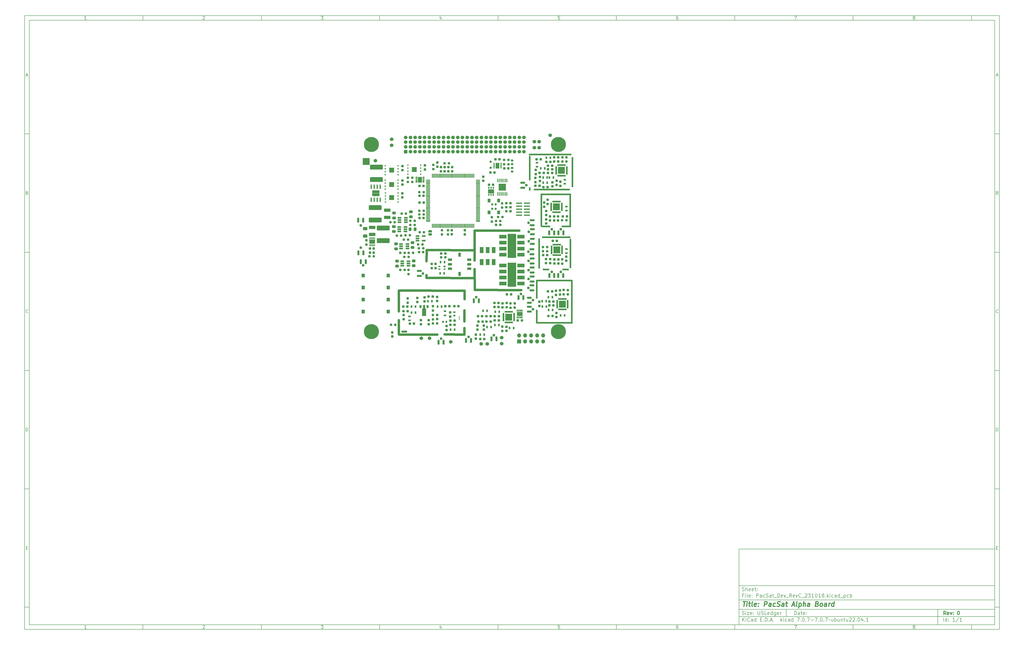
<source format=gbr>
%TF.GenerationSoftware,KiCad,Pcbnew,7.0.7-7.0.7~ubuntu22.04.1*%
%TF.CreationDate,2023-10-26T15:58:48-05:00*%
%TF.ProjectId,PacSat_Dev_RevC_231018,50616353-6174-45f4-9465-765f52657643,0*%
%TF.SameCoordinates,Original*%
%TF.FileFunction,Soldermask,Top*%
%TF.FilePolarity,Negative*%
%FSLAX46Y46*%
G04 Gerber Fmt 4.6, Leading zero omitted, Abs format (unit mm)*
G04 Created by KiCad (PCBNEW 7.0.7-7.0.7~ubuntu22.04.1) date 2023-10-26 15:58:48*
%MOMM*%
%LPD*%
G01*
G04 APERTURE LIST*
G04 Aperture macros list*
%AMRoundRect*
0 Rectangle with rounded corners*
0 $1 Rounding radius*
0 $2 $3 $4 $5 $6 $7 $8 $9 X,Y pos of 4 corners*
0 Add a 4 corners polygon primitive as box body*
4,1,4,$2,$3,$4,$5,$6,$7,$8,$9,$2,$3,0*
0 Add four circle primitives for the rounded corners*
1,1,$1+$1,$2,$3*
1,1,$1+$1,$4,$5*
1,1,$1+$1,$6,$7*
1,1,$1+$1,$8,$9*
0 Add four rect primitives between the rounded corners*
20,1,$1+$1,$2,$3,$4,$5,0*
20,1,$1+$1,$4,$5,$6,$7,0*
20,1,$1+$1,$6,$7,$8,$9,0*
20,1,$1+$1,$8,$9,$2,$3,0*%
%AMFreePoly0*
4,1,9,3.862500,-0.866500,0.737500,-0.866500,0.737500,-0.450000,-0.737500,-0.450000,-0.737500,0.450000,0.737500,0.450000,0.737500,0.866500,3.862500,0.866500,3.862500,-0.866500,3.862500,-0.866500,$1*%
%AMFreePoly1*
4,1,19,0.500000,-0.750000,0.000000,-0.750000,0.000000,-0.744911,-0.071157,-0.744911,-0.207708,-0.704816,-0.327430,-0.627875,-0.420627,-0.520320,-0.479746,-0.390866,-0.500000,-0.250000,-0.500000,0.250000,-0.479746,0.390866,-0.420627,0.520320,-0.327430,0.627875,-0.207708,0.704816,-0.071157,0.744911,0.000000,0.744911,0.000000,0.750000,0.500000,0.750000,0.500000,-0.750000,0.500000,-0.750000,
$1*%
%AMFreePoly2*
4,1,19,0.000000,0.744911,0.071157,0.744911,0.207708,0.704816,0.327430,0.627875,0.420627,0.520320,0.479746,0.390866,0.500000,0.250000,0.500000,-0.250000,0.479746,-0.390866,0.420627,-0.520320,0.327430,-0.627875,0.207708,-0.704816,0.071157,-0.744911,0.000000,-0.744911,0.000000,-0.750000,-0.500000,-0.750000,-0.500000,0.750000,0.000000,0.750000,0.000000,0.744911,0.000000,0.744911,
$1*%
G04 Aperture macros list end*
%ADD10C,0.100000*%
%ADD11C,0.150000*%
%ADD12C,0.300000*%
%ADD13C,0.400000*%
%ADD14C,1.016000*%
%ADD15RoundRect,0.237500X0.237500X-0.300000X0.237500X0.300000X-0.237500X0.300000X-0.237500X-0.300000X0*%
%ADD16RoundRect,0.237500X0.300000X0.237500X-0.300000X0.237500X-0.300000X-0.237500X0.300000X-0.237500X0*%
%ADD17RoundRect,0.237500X-0.237500X0.300000X-0.237500X-0.300000X0.237500X-0.300000X0.237500X0.300000X0*%
%ADD18RoundRect,0.237500X0.237500X-0.287500X0.237500X0.287500X-0.237500X0.287500X-0.237500X-0.287500X0*%
%ADD19RoundRect,0.050800X-0.150000X0.800000X-0.150000X-0.800000X0.150000X-0.800000X0.150000X0.800000X0*%
%ADD20RoundRect,0.050800X-0.800000X-0.150000X0.800000X-0.150000X0.800000X0.150000X-0.800000X0.150000X0*%
%ADD21RoundRect,0.250000X-0.475000X0.337500X-0.475000X-0.337500X0.475000X-0.337500X0.475000X0.337500X0*%
%ADD22RoundRect,0.237500X0.237500X-0.250000X0.237500X0.250000X-0.237500X0.250000X-0.237500X-0.250000X0*%
%ADD23RoundRect,0.237500X-0.300000X-0.237500X0.300000X-0.237500X0.300000X0.237500X-0.300000X0.237500X0*%
%ADD24R,0.660400X1.016000*%
%ADD25R,0.762000X10.414000*%
%ADD26R,18.064480X0.762000*%
%ADD27R,0.762000X1.369060*%
%ADD28R,0.762000X12.700000*%
%ADD29R,15.240000X0.762000*%
%ADD30C,1.524000*%
%ADD31RoundRect,0.237500X0.250000X0.237500X-0.250000X0.237500X-0.250000X-0.237500X0.250000X-0.237500X0*%
%ADD32RoundRect,0.237500X-0.250000X-0.237500X0.250000X-0.237500X0.250000X0.237500X-0.250000X0.237500X0*%
%ADD33RoundRect,0.249999X-2.450001X0.737501X-2.450001X-0.737501X2.450001X-0.737501X2.450001X0.737501X0*%
%ADD34R,0.900000X1.300000*%
%ADD35FreePoly0,270.000000*%
%ADD36C,1.500000*%
%ADD37R,2.000000X2.000000*%
%ADD38R,0.600000X0.500000*%
%ADD39RoundRect,0.254000X-0.254000X0.254000X-0.254000X-0.254000X0.254000X-0.254000X0.254000X0.254000X0*%
%ADD40RoundRect,0.200000X-0.200000X0.800000X-0.200000X-0.800000X0.200000X-0.800000X0.200000X0.800000X0*%
%ADD41RoundRect,0.237500X-0.237500X0.287500X-0.237500X-0.287500X0.237500X-0.287500X0.237500X0.287500X0*%
%ADD42RoundRect,0.050000X1.195000X-0.800000X1.195000X0.800000X-1.195000X0.800000X-1.195000X-0.800000X0*%
%ADD43RoundRect,0.050000X0.230000X-0.355000X0.230000X0.355000X-0.230000X0.355000X-0.230000X-0.355000X0*%
%ADD44RoundRect,0.075000X-0.275000X-0.075000X0.275000X-0.075000X0.275000X0.075000X-0.275000X0.075000X0*%
%ADD45R,1.580000X2.350000*%
%ADD46C,6.350000*%
%ADD47RoundRect,0.290840X-0.471160X-0.471160X0.471160X-0.471160X0.471160X0.471160X-0.471160X0.471160X0*%
%ADD48RoundRect,0.050000X1.175000X-0.790000X1.175000X0.790000X-1.175000X0.790000X-1.175000X-0.790000X0*%
%ADD49RoundRect,0.050000X0.150000X-0.350000X0.150000X0.350000X-0.150000X0.350000X-0.150000X-0.350000X0*%
%ADD50R,0.900000X0.700000*%
%ADD51RoundRect,0.237500X-0.237500X0.250000X-0.237500X-0.250000X0.237500X-0.250000X0.237500X0.250000X0*%
%ADD52R,1.397000X1.524000*%
%ADD53R,1.560000X0.650000*%
%ADD54RoundRect,0.250000X0.475000X-0.337500X0.475000X0.337500X-0.475000X0.337500X-0.475000X-0.337500X0*%
%ADD55R,1.650000X2.540000*%
%ADD56RoundRect,0.250001X1.074999X-0.462499X1.074999X0.462499X-1.074999X0.462499X-1.074999X-0.462499X0*%
%ADD57R,1.016000X0.660400*%
%ADD58R,3.810000X0.762000*%
%ADD59R,0.762000X13.970000*%
%ADD60R,12.954000X0.762000*%
%ADD61R,0.939800X0.508000*%
%ADD62R,0.939800X0.787400*%
%ADD63RoundRect,0.237500X-0.287500X-0.237500X0.287500X-0.237500X0.287500X0.237500X-0.287500X0.237500X0*%
%ADD64RoundRect,0.218750X-0.256250X0.218750X-0.256250X-0.218750X0.256250X-0.218750X0.256250X0.218750X0*%
%ADD65RoundRect,0.200000X0.200000X0.250000X-0.200000X0.250000X-0.200000X-0.250000X0.200000X-0.250000X0*%
%ADD66RoundRect,0.250000X0.337500X0.475000X-0.337500X0.475000X-0.337500X-0.475000X0.337500X-0.475000X0*%
%ADD67RoundRect,0.250000X0.650000X-0.412500X0.650000X0.412500X-0.650000X0.412500X-0.650000X-0.412500X0*%
%ADD68RoundRect,0.030000X-1.397000X-1.397000X1.397000X-1.397000X1.397000X1.397000X-1.397000X1.397000X0*%
%ADD69RoundRect,0.030000X-0.325000X-0.175000X0.325000X-0.175000X0.325000X0.175000X-0.325000X0.175000X0*%
%ADD70RoundRect,0.030000X-0.175000X-0.325000X0.175000X-0.325000X0.175000X0.325000X-0.175000X0.325000X0*%
%ADD71FreePoly1,270.000000*%
%ADD72FreePoly2,270.000000*%
%ADD73RoundRect,0.050000X-1.175000X0.790000X-1.175000X-0.790000X1.175000X-0.790000X1.175000X0.790000X0*%
%ADD74RoundRect,0.050000X-0.175000X0.350000X-0.175000X-0.350000X0.175000X-0.350000X0.175000X0.350000X0*%
%ADD75R,3.100000X3.000000*%
%ADD76RoundRect,0.100000X0.100000X-0.687500X0.100000X0.687500X-0.100000X0.687500X-0.100000X-0.687500X0*%
%ADD77O,2.540000X0.889000*%
%ADD78R,14.935200X0.762000*%
%ADD79R,0.762000X5.740400*%
%ADD80R,0.762000X7.874000*%
%ADD81R,0.762000X18.542000*%
%ADD82RoundRect,0.249999X2.450001X-0.737501X2.450001X0.737501X-2.450001X0.737501X-2.450001X-0.737501X0*%
%ADD83C,1.000000*%
%ADD84R,2.540000X0.508000*%
%ADD85R,0.700000X0.900000*%
%ADD86RoundRect,0.050000X-0.790000X-1.175000X0.790000X-1.175000X0.790000X1.175000X-0.790000X1.175000X0*%
%ADD87RoundRect,0.050000X-0.350000X-0.175000X0.350000X-0.175000X0.350000X0.175000X-0.350000X0.175000X0*%
%ADD88R,3.048000X1.524000*%
%ADD89R,3.556000X10.160000*%
%ADD90RoundRect,0.250001X-1.074999X0.462499X-1.074999X-0.462499X1.074999X-0.462499X1.074999X0.462499X0*%
%ADD91RoundRect,0.030000X1.397000X-1.397000X1.397000X1.397000X-1.397000X1.397000X-1.397000X-1.397000X0*%
%ADD92RoundRect,0.030000X0.175000X-0.325000X0.175000X0.325000X-0.175000X0.325000X-0.175000X-0.325000X0*%
%ADD93RoundRect,0.030000X0.325000X-0.175000X0.325000X0.175000X-0.325000X0.175000X-0.325000X-0.175000X0*%
%ADD94R,2.794000X0.762000*%
%ADD95R,12.090400X0.762000*%
%ADD96R,0.762000X12.446000*%
%ADD97RoundRect,0.100000X0.100000X-0.217500X0.100000X0.217500X-0.100000X0.217500X-0.100000X-0.217500X0*%
%ADD98RoundRect,0.254000X0.254000X-0.254000X0.254000X0.254000X-0.254000X0.254000X-0.254000X-0.254000X0*%
%ADD99RoundRect,0.200000X0.200000X-0.800000X0.200000X0.800000X-0.200000X0.800000X-0.200000X-0.800000X0*%
%ADD100R,1.778000X1.016000*%
%ADD101R,1.016000X1.778000*%
%ADD102R,1.300000X1.600000*%
%ADD103R,0.610000X1.910000*%
%ADD104R,1.550000X1.205000*%
%ADD105R,1.700000X1.700000*%
%ADD106O,1.700000X1.700000*%
%ADD107RoundRect,0.254000X0.254000X0.254000X-0.254000X0.254000X-0.254000X-0.254000X0.254000X-0.254000X0*%
%ADD108RoundRect,0.200000X0.800000X0.200000X-0.800000X0.200000X-0.800000X-0.200000X0.800000X-0.200000X0*%
%ADD109RoundRect,0.254000X-0.254000X-0.254000X0.254000X-0.254000X0.254000X0.254000X-0.254000X0.254000X0*%
%ADD110RoundRect,0.200000X-0.800000X-0.200000X0.800000X-0.200000X0.800000X0.200000X-0.800000X0.200000X0*%
G04 APERTURE END LIST*
D10*
D11*
X311800000Y-235400000D02*
X419800000Y-235400000D01*
X419800000Y-267400000D01*
X311800000Y-267400000D01*
X311800000Y-235400000D01*
D10*
D11*
X10000000Y-10000000D02*
X421800000Y-10000000D01*
X421800000Y-269400000D01*
X10000000Y-269400000D01*
X10000000Y-10000000D01*
D10*
D11*
X12000000Y-12000000D02*
X419800000Y-12000000D01*
X419800000Y-267400000D01*
X12000000Y-267400000D01*
X12000000Y-12000000D01*
D10*
D11*
X60000000Y-12000000D02*
X60000000Y-10000000D01*
D10*
D11*
X110000000Y-12000000D02*
X110000000Y-10000000D01*
D10*
D11*
X160000000Y-12000000D02*
X160000000Y-10000000D01*
D10*
D11*
X210000000Y-12000000D02*
X210000000Y-10000000D01*
D10*
D11*
X260000000Y-12000000D02*
X260000000Y-10000000D01*
D10*
D11*
X310000000Y-12000000D02*
X310000000Y-10000000D01*
D10*
D11*
X360000000Y-12000000D02*
X360000000Y-10000000D01*
D10*
D11*
X410000000Y-12000000D02*
X410000000Y-10000000D01*
D10*
D11*
X36089160Y-11593604D02*
X35346303Y-11593604D01*
X35717731Y-11593604D02*
X35717731Y-10293604D01*
X35717731Y-10293604D02*
X35593922Y-10479319D01*
X35593922Y-10479319D02*
X35470112Y-10603128D01*
X35470112Y-10603128D02*
X35346303Y-10665033D01*
D10*
D11*
X85346303Y-10417414D02*
X85408207Y-10355509D01*
X85408207Y-10355509D02*
X85532017Y-10293604D01*
X85532017Y-10293604D02*
X85841541Y-10293604D01*
X85841541Y-10293604D02*
X85965350Y-10355509D01*
X85965350Y-10355509D02*
X86027255Y-10417414D01*
X86027255Y-10417414D02*
X86089160Y-10541223D01*
X86089160Y-10541223D02*
X86089160Y-10665033D01*
X86089160Y-10665033D02*
X86027255Y-10850747D01*
X86027255Y-10850747D02*
X85284398Y-11593604D01*
X85284398Y-11593604D02*
X86089160Y-11593604D01*
D10*
D11*
X135284398Y-10293604D02*
X136089160Y-10293604D01*
X136089160Y-10293604D02*
X135655826Y-10788842D01*
X135655826Y-10788842D02*
X135841541Y-10788842D01*
X135841541Y-10788842D02*
X135965350Y-10850747D01*
X135965350Y-10850747D02*
X136027255Y-10912652D01*
X136027255Y-10912652D02*
X136089160Y-11036461D01*
X136089160Y-11036461D02*
X136089160Y-11345985D01*
X136089160Y-11345985D02*
X136027255Y-11469795D01*
X136027255Y-11469795D02*
X135965350Y-11531700D01*
X135965350Y-11531700D02*
X135841541Y-11593604D01*
X135841541Y-11593604D02*
X135470112Y-11593604D01*
X135470112Y-11593604D02*
X135346303Y-11531700D01*
X135346303Y-11531700D02*
X135284398Y-11469795D01*
D10*
D11*
X185965350Y-10726938D02*
X185965350Y-11593604D01*
X185655826Y-10231700D02*
X185346303Y-11160271D01*
X185346303Y-11160271D02*
X186151064Y-11160271D01*
D10*
D11*
X236027255Y-10293604D02*
X235408207Y-10293604D01*
X235408207Y-10293604D02*
X235346303Y-10912652D01*
X235346303Y-10912652D02*
X235408207Y-10850747D01*
X235408207Y-10850747D02*
X235532017Y-10788842D01*
X235532017Y-10788842D02*
X235841541Y-10788842D01*
X235841541Y-10788842D02*
X235965350Y-10850747D01*
X235965350Y-10850747D02*
X236027255Y-10912652D01*
X236027255Y-10912652D02*
X236089160Y-11036461D01*
X236089160Y-11036461D02*
X236089160Y-11345985D01*
X236089160Y-11345985D02*
X236027255Y-11469795D01*
X236027255Y-11469795D02*
X235965350Y-11531700D01*
X235965350Y-11531700D02*
X235841541Y-11593604D01*
X235841541Y-11593604D02*
X235532017Y-11593604D01*
X235532017Y-11593604D02*
X235408207Y-11531700D01*
X235408207Y-11531700D02*
X235346303Y-11469795D01*
D10*
D11*
X285965350Y-10293604D02*
X285717731Y-10293604D01*
X285717731Y-10293604D02*
X285593922Y-10355509D01*
X285593922Y-10355509D02*
X285532017Y-10417414D01*
X285532017Y-10417414D02*
X285408207Y-10603128D01*
X285408207Y-10603128D02*
X285346303Y-10850747D01*
X285346303Y-10850747D02*
X285346303Y-11345985D01*
X285346303Y-11345985D02*
X285408207Y-11469795D01*
X285408207Y-11469795D02*
X285470112Y-11531700D01*
X285470112Y-11531700D02*
X285593922Y-11593604D01*
X285593922Y-11593604D02*
X285841541Y-11593604D01*
X285841541Y-11593604D02*
X285965350Y-11531700D01*
X285965350Y-11531700D02*
X286027255Y-11469795D01*
X286027255Y-11469795D02*
X286089160Y-11345985D01*
X286089160Y-11345985D02*
X286089160Y-11036461D01*
X286089160Y-11036461D02*
X286027255Y-10912652D01*
X286027255Y-10912652D02*
X285965350Y-10850747D01*
X285965350Y-10850747D02*
X285841541Y-10788842D01*
X285841541Y-10788842D02*
X285593922Y-10788842D01*
X285593922Y-10788842D02*
X285470112Y-10850747D01*
X285470112Y-10850747D02*
X285408207Y-10912652D01*
X285408207Y-10912652D02*
X285346303Y-11036461D01*
D10*
D11*
X335284398Y-10293604D02*
X336151064Y-10293604D01*
X336151064Y-10293604D02*
X335593922Y-11593604D01*
D10*
D11*
X385593922Y-10850747D02*
X385470112Y-10788842D01*
X385470112Y-10788842D02*
X385408207Y-10726938D01*
X385408207Y-10726938D02*
X385346303Y-10603128D01*
X385346303Y-10603128D02*
X385346303Y-10541223D01*
X385346303Y-10541223D02*
X385408207Y-10417414D01*
X385408207Y-10417414D02*
X385470112Y-10355509D01*
X385470112Y-10355509D02*
X385593922Y-10293604D01*
X385593922Y-10293604D02*
X385841541Y-10293604D01*
X385841541Y-10293604D02*
X385965350Y-10355509D01*
X385965350Y-10355509D02*
X386027255Y-10417414D01*
X386027255Y-10417414D02*
X386089160Y-10541223D01*
X386089160Y-10541223D02*
X386089160Y-10603128D01*
X386089160Y-10603128D02*
X386027255Y-10726938D01*
X386027255Y-10726938D02*
X385965350Y-10788842D01*
X385965350Y-10788842D02*
X385841541Y-10850747D01*
X385841541Y-10850747D02*
X385593922Y-10850747D01*
X385593922Y-10850747D02*
X385470112Y-10912652D01*
X385470112Y-10912652D02*
X385408207Y-10974557D01*
X385408207Y-10974557D02*
X385346303Y-11098366D01*
X385346303Y-11098366D02*
X385346303Y-11345985D01*
X385346303Y-11345985D02*
X385408207Y-11469795D01*
X385408207Y-11469795D02*
X385470112Y-11531700D01*
X385470112Y-11531700D02*
X385593922Y-11593604D01*
X385593922Y-11593604D02*
X385841541Y-11593604D01*
X385841541Y-11593604D02*
X385965350Y-11531700D01*
X385965350Y-11531700D02*
X386027255Y-11469795D01*
X386027255Y-11469795D02*
X386089160Y-11345985D01*
X386089160Y-11345985D02*
X386089160Y-11098366D01*
X386089160Y-11098366D02*
X386027255Y-10974557D01*
X386027255Y-10974557D02*
X385965350Y-10912652D01*
X385965350Y-10912652D02*
X385841541Y-10850747D01*
D10*
D11*
X60000000Y-267400000D02*
X60000000Y-269400000D01*
D10*
D11*
X110000000Y-267400000D02*
X110000000Y-269400000D01*
D10*
D11*
X160000000Y-267400000D02*
X160000000Y-269400000D01*
D10*
D11*
X210000000Y-267400000D02*
X210000000Y-269400000D01*
D10*
D11*
X260000000Y-267400000D02*
X260000000Y-269400000D01*
D10*
D11*
X310000000Y-267400000D02*
X310000000Y-269400000D01*
D10*
D11*
X360000000Y-267400000D02*
X360000000Y-269400000D01*
D10*
D11*
X410000000Y-267400000D02*
X410000000Y-269400000D01*
D10*
D11*
X36089160Y-268993604D02*
X35346303Y-268993604D01*
X35717731Y-268993604D02*
X35717731Y-267693604D01*
X35717731Y-267693604D02*
X35593922Y-267879319D01*
X35593922Y-267879319D02*
X35470112Y-268003128D01*
X35470112Y-268003128D02*
X35346303Y-268065033D01*
D10*
D11*
X85346303Y-267817414D02*
X85408207Y-267755509D01*
X85408207Y-267755509D02*
X85532017Y-267693604D01*
X85532017Y-267693604D02*
X85841541Y-267693604D01*
X85841541Y-267693604D02*
X85965350Y-267755509D01*
X85965350Y-267755509D02*
X86027255Y-267817414D01*
X86027255Y-267817414D02*
X86089160Y-267941223D01*
X86089160Y-267941223D02*
X86089160Y-268065033D01*
X86089160Y-268065033D02*
X86027255Y-268250747D01*
X86027255Y-268250747D02*
X85284398Y-268993604D01*
X85284398Y-268993604D02*
X86089160Y-268993604D01*
D10*
D11*
X135284398Y-267693604D02*
X136089160Y-267693604D01*
X136089160Y-267693604D02*
X135655826Y-268188842D01*
X135655826Y-268188842D02*
X135841541Y-268188842D01*
X135841541Y-268188842D02*
X135965350Y-268250747D01*
X135965350Y-268250747D02*
X136027255Y-268312652D01*
X136027255Y-268312652D02*
X136089160Y-268436461D01*
X136089160Y-268436461D02*
X136089160Y-268745985D01*
X136089160Y-268745985D02*
X136027255Y-268869795D01*
X136027255Y-268869795D02*
X135965350Y-268931700D01*
X135965350Y-268931700D02*
X135841541Y-268993604D01*
X135841541Y-268993604D02*
X135470112Y-268993604D01*
X135470112Y-268993604D02*
X135346303Y-268931700D01*
X135346303Y-268931700D02*
X135284398Y-268869795D01*
D10*
D11*
X185965350Y-268126938D02*
X185965350Y-268993604D01*
X185655826Y-267631700D02*
X185346303Y-268560271D01*
X185346303Y-268560271D02*
X186151064Y-268560271D01*
D10*
D11*
X236027255Y-267693604D02*
X235408207Y-267693604D01*
X235408207Y-267693604D02*
X235346303Y-268312652D01*
X235346303Y-268312652D02*
X235408207Y-268250747D01*
X235408207Y-268250747D02*
X235532017Y-268188842D01*
X235532017Y-268188842D02*
X235841541Y-268188842D01*
X235841541Y-268188842D02*
X235965350Y-268250747D01*
X235965350Y-268250747D02*
X236027255Y-268312652D01*
X236027255Y-268312652D02*
X236089160Y-268436461D01*
X236089160Y-268436461D02*
X236089160Y-268745985D01*
X236089160Y-268745985D02*
X236027255Y-268869795D01*
X236027255Y-268869795D02*
X235965350Y-268931700D01*
X235965350Y-268931700D02*
X235841541Y-268993604D01*
X235841541Y-268993604D02*
X235532017Y-268993604D01*
X235532017Y-268993604D02*
X235408207Y-268931700D01*
X235408207Y-268931700D02*
X235346303Y-268869795D01*
D10*
D11*
X285965350Y-267693604D02*
X285717731Y-267693604D01*
X285717731Y-267693604D02*
X285593922Y-267755509D01*
X285593922Y-267755509D02*
X285532017Y-267817414D01*
X285532017Y-267817414D02*
X285408207Y-268003128D01*
X285408207Y-268003128D02*
X285346303Y-268250747D01*
X285346303Y-268250747D02*
X285346303Y-268745985D01*
X285346303Y-268745985D02*
X285408207Y-268869795D01*
X285408207Y-268869795D02*
X285470112Y-268931700D01*
X285470112Y-268931700D02*
X285593922Y-268993604D01*
X285593922Y-268993604D02*
X285841541Y-268993604D01*
X285841541Y-268993604D02*
X285965350Y-268931700D01*
X285965350Y-268931700D02*
X286027255Y-268869795D01*
X286027255Y-268869795D02*
X286089160Y-268745985D01*
X286089160Y-268745985D02*
X286089160Y-268436461D01*
X286089160Y-268436461D02*
X286027255Y-268312652D01*
X286027255Y-268312652D02*
X285965350Y-268250747D01*
X285965350Y-268250747D02*
X285841541Y-268188842D01*
X285841541Y-268188842D02*
X285593922Y-268188842D01*
X285593922Y-268188842D02*
X285470112Y-268250747D01*
X285470112Y-268250747D02*
X285408207Y-268312652D01*
X285408207Y-268312652D02*
X285346303Y-268436461D01*
D10*
D11*
X335284398Y-267693604D02*
X336151064Y-267693604D01*
X336151064Y-267693604D02*
X335593922Y-268993604D01*
D10*
D11*
X385593922Y-268250747D02*
X385470112Y-268188842D01*
X385470112Y-268188842D02*
X385408207Y-268126938D01*
X385408207Y-268126938D02*
X385346303Y-268003128D01*
X385346303Y-268003128D02*
X385346303Y-267941223D01*
X385346303Y-267941223D02*
X385408207Y-267817414D01*
X385408207Y-267817414D02*
X385470112Y-267755509D01*
X385470112Y-267755509D02*
X385593922Y-267693604D01*
X385593922Y-267693604D02*
X385841541Y-267693604D01*
X385841541Y-267693604D02*
X385965350Y-267755509D01*
X385965350Y-267755509D02*
X386027255Y-267817414D01*
X386027255Y-267817414D02*
X386089160Y-267941223D01*
X386089160Y-267941223D02*
X386089160Y-268003128D01*
X386089160Y-268003128D02*
X386027255Y-268126938D01*
X386027255Y-268126938D02*
X385965350Y-268188842D01*
X385965350Y-268188842D02*
X385841541Y-268250747D01*
X385841541Y-268250747D02*
X385593922Y-268250747D01*
X385593922Y-268250747D02*
X385470112Y-268312652D01*
X385470112Y-268312652D02*
X385408207Y-268374557D01*
X385408207Y-268374557D02*
X385346303Y-268498366D01*
X385346303Y-268498366D02*
X385346303Y-268745985D01*
X385346303Y-268745985D02*
X385408207Y-268869795D01*
X385408207Y-268869795D02*
X385470112Y-268931700D01*
X385470112Y-268931700D02*
X385593922Y-268993604D01*
X385593922Y-268993604D02*
X385841541Y-268993604D01*
X385841541Y-268993604D02*
X385965350Y-268931700D01*
X385965350Y-268931700D02*
X386027255Y-268869795D01*
X386027255Y-268869795D02*
X386089160Y-268745985D01*
X386089160Y-268745985D02*
X386089160Y-268498366D01*
X386089160Y-268498366D02*
X386027255Y-268374557D01*
X386027255Y-268374557D02*
X385965350Y-268312652D01*
X385965350Y-268312652D02*
X385841541Y-268250747D01*
D10*
D11*
X10000000Y-60000000D02*
X12000000Y-60000000D01*
D10*
D11*
X10000000Y-110000000D02*
X12000000Y-110000000D01*
D10*
D11*
X10000000Y-160000000D02*
X12000000Y-160000000D01*
D10*
D11*
X10000000Y-210000000D02*
X12000000Y-210000000D01*
D10*
D11*
X10000000Y-260000000D02*
X12000000Y-260000000D01*
D10*
D11*
X10690476Y-35222176D02*
X11309523Y-35222176D01*
X10566666Y-35593604D02*
X10999999Y-34293604D01*
X10999999Y-34293604D02*
X11433333Y-35593604D01*
D10*
D11*
X11092857Y-84912652D02*
X11278571Y-84974557D01*
X11278571Y-84974557D02*
X11340476Y-85036461D01*
X11340476Y-85036461D02*
X11402380Y-85160271D01*
X11402380Y-85160271D02*
X11402380Y-85345985D01*
X11402380Y-85345985D02*
X11340476Y-85469795D01*
X11340476Y-85469795D02*
X11278571Y-85531700D01*
X11278571Y-85531700D02*
X11154761Y-85593604D01*
X11154761Y-85593604D02*
X10659523Y-85593604D01*
X10659523Y-85593604D02*
X10659523Y-84293604D01*
X10659523Y-84293604D02*
X11092857Y-84293604D01*
X11092857Y-84293604D02*
X11216666Y-84355509D01*
X11216666Y-84355509D02*
X11278571Y-84417414D01*
X11278571Y-84417414D02*
X11340476Y-84541223D01*
X11340476Y-84541223D02*
X11340476Y-84665033D01*
X11340476Y-84665033D02*
X11278571Y-84788842D01*
X11278571Y-84788842D02*
X11216666Y-84850747D01*
X11216666Y-84850747D02*
X11092857Y-84912652D01*
X11092857Y-84912652D02*
X10659523Y-84912652D01*
D10*
D11*
X11402380Y-135469795D02*
X11340476Y-135531700D01*
X11340476Y-135531700D02*
X11154761Y-135593604D01*
X11154761Y-135593604D02*
X11030952Y-135593604D01*
X11030952Y-135593604D02*
X10845238Y-135531700D01*
X10845238Y-135531700D02*
X10721428Y-135407890D01*
X10721428Y-135407890D02*
X10659523Y-135284080D01*
X10659523Y-135284080D02*
X10597619Y-135036461D01*
X10597619Y-135036461D02*
X10597619Y-134850747D01*
X10597619Y-134850747D02*
X10659523Y-134603128D01*
X10659523Y-134603128D02*
X10721428Y-134479319D01*
X10721428Y-134479319D02*
X10845238Y-134355509D01*
X10845238Y-134355509D02*
X11030952Y-134293604D01*
X11030952Y-134293604D02*
X11154761Y-134293604D01*
X11154761Y-134293604D02*
X11340476Y-134355509D01*
X11340476Y-134355509D02*
X11402380Y-134417414D01*
D10*
D11*
X10659523Y-185593604D02*
X10659523Y-184293604D01*
X10659523Y-184293604D02*
X10969047Y-184293604D01*
X10969047Y-184293604D02*
X11154761Y-184355509D01*
X11154761Y-184355509D02*
X11278571Y-184479319D01*
X11278571Y-184479319D02*
X11340476Y-184603128D01*
X11340476Y-184603128D02*
X11402380Y-184850747D01*
X11402380Y-184850747D02*
X11402380Y-185036461D01*
X11402380Y-185036461D02*
X11340476Y-185284080D01*
X11340476Y-185284080D02*
X11278571Y-185407890D01*
X11278571Y-185407890D02*
X11154761Y-185531700D01*
X11154761Y-185531700D02*
X10969047Y-185593604D01*
X10969047Y-185593604D02*
X10659523Y-185593604D01*
D10*
D11*
X10721428Y-234912652D02*
X11154762Y-234912652D01*
X11340476Y-235593604D02*
X10721428Y-235593604D01*
X10721428Y-235593604D02*
X10721428Y-234293604D01*
X10721428Y-234293604D02*
X11340476Y-234293604D01*
D10*
D11*
X421800000Y-60000000D02*
X419800000Y-60000000D01*
D10*
D11*
X421800000Y-110000000D02*
X419800000Y-110000000D01*
D10*
D11*
X421800000Y-160000000D02*
X419800000Y-160000000D01*
D10*
D11*
X421800000Y-210000000D02*
X419800000Y-210000000D01*
D10*
D11*
X421800000Y-260000000D02*
X419800000Y-260000000D01*
D10*
D11*
X420490476Y-35222176D02*
X421109523Y-35222176D01*
X420366666Y-35593604D02*
X420799999Y-34293604D01*
X420799999Y-34293604D02*
X421233333Y-35593604D01*
D10*
D11*
X420892857Y-84912652D02*
X421078571Y-84974557D01*
X421078571Y-84974557D02*
X421140476Y-85036461D01*
X421140476Y-85036461D02*
X421202380Y-85160271D01*
X421202380Y-85160271D02*
X421202380Y-85345985D01*
X421202380Y-85345985D02*
X421140476Y-85469795D01*
X421140476Y-85469795D02*
X421078571Y-85531700D01*
X421078571Y-85531700D02*
X420954761Y-85593604D01*
X420954761Y-85593604D02*
X420459523Y-85593604D01*
X420459523Y-85593604D02*
X420459523Y-84293604D01*
X420459523Y-84293604D02*
X420892857Y-84293604D01*
X420892857Y-84293604D02*
X421016666Y-84355509D01*
X421016666Y-84355509D02*
X421078571Y-84417414D01*
X421078571Y-84417414D02*
X421140476Y-84541223D01*
X421140476Y-84541223D02*
X421140476Y-84665033D01*
X421140476Y-84665033D02*
X421078571Y-84788842D01*
X421078571Y-84788842D02*
X421016666Y-84850747D01*
X421016666Y-84850747D02*
X420892857Y-84912652D01*
X420892857Y-84912652D02*
X420459523Y-84912652D01*
D10*
D11*
X421202380Y-135469795D02*
X421140476Y-135531700D01*
X421140476Y-135531700D02*
X420954761Y-135593604D01*
X420954761Y-135593604D02*
X420830952Y-135593604D01*
X420830952Y-135593604D02*
X420645238Y-135531700D01*
X420645238Y-135531700D02*
X420521428Y-135407890D01*
X420521428Y-135407890D02*
X420459523Y-135284080D01*
X420459523Y-135284080D02*
X420397619Y-135036461D01*
X420397619Y-135036461D02*
X420397619Y-134850747D01*
X420397619Y-134850747D02*
X420459523Y-134603128D01*
X420459523Y-134603128D02*
X420521428Y-134479319D01*
X420521428Y-134479319D02*
X420645238Y-134355509D01*
X420645238Y-134355509D02*
X420830952Y-134293604D01*
X420830952Y-134293604D02*
X420954761Y-134293604D01*
X420954761Y-134293604D02*
X421140476Y-134355509D01*
X421140476Y-134355509D02*
X421202380Y-134417414D01*
D10*
D11*
X420459523Y-185593604D02*
X420459523Y-184293604D01*
X420459523Y-184293604D02*
X420769047Y-184293604D01*
X420769047Y-184293604D02*
X420954761Y-184355509D01*
X420954761Y-184355509D02*
X421078571Y-184479319D01*
X421078571Y-184479319D02*
X421140476Y-184603128D01*
X421140476Y-184603128D02*
X421202380Y-184850747D01*
X421202380Y-184850747D02*
X421202380Y-185036461D01*
X421202380Y-185036461D02*
X421140476Y-185284080D01*
X421140476Y-185284080D02*
X421078571Y-185407890D01*
X421078571Y-185407890D02*
X420954761Y-185531700D01*
X420954761Y-185531700D02*
X420769047Y-185593604D01*
X420769047Y-185593604D02*
X420459523Y-185593604D01*
D10*
D11*
X420521428Y-234912652D02*
X420954762Y-234912652D01*
X421140476Y-235593604D02*
X420521428Y-235593604D01*
X420521428Y-235593604D02*
X420521428Y-234293604D01*
X420521428Y-234293604D02*
X421140476Y-234293604D01*
D10*
D11*
X335255826Y-263186128D02*
X335255826Y-261686128D01*
X335255826Y-261686128D02*
X335612969Y-261686128D01*
X335612969Y-261686128D02*
X335827255Y-261757557D01*
X335827255Y-261757557D02*
X335970112Y-261900414D01*
X335970112Y-261900414D02*
X336041541Y-262043271D01*
X336041541Y-262043271D02*
X336112969Y-262328985D01*
X336112969Y-262328985D02*
X336112969Y-262543271D01*
X336112969Y-262543271D02*
X336041541Y-262828985D01*
X336041541Y-262828985D02*
X335970112Y-262971842D01*
X335970112Y-262971842D02*
X335827255Y-263114700D01*
X335827255Y-263114700D02*
X335612969Y-263186128D01*
X335612969Y-263186128D02*
X335255826Y-263186128D01*
X337398684Y-263186128D02*
X337398684Y-262400414D01*
X337398684Y-262400414D02*
X337327255Y-262257557D01*
X337327255Y-262257557D02*
X337184398Y-262186128D01*
X337184398Y-262186128D02*
X336898684Y-262186128D01*
X336898684Y-262186128D02*
X336755826Y-262257557D01*
X337398684Y-263114700D02*
X337255826Y-263186128D01*
X337255826Y-263186128D02*
X336898684Y-263186128D01*
X336898684Y-263186128D02*
X336755826Y-263114700D01*
X336755826Y-263114700D02*
X336684398Y-262971842D01*
X336684398Y-262971842D02*
X336684398Y-262828985D01*
X336684398Y-262828985D02*
X336755826Y-262686128D01*
X336755826Y-262686128D02*
X336898684Y-262614700D01*
X336898684Y-262614700D02*
X337255826Y-262614700D01*
X337255826Y-262614700D02*
X337398684Y-262543271D01*
X337898684Y-262186128D02*
X338470112Y-262186128D01*
X338112969Y-261686128D02*
X338112969Y-262971842D01*
X338112969Y-262971842D02*
X338184398Y-263114700D01*
X338184398Y-263114700D02*
X338327255Y-263186128D01*
X338327255Y-263186128D02*
X338470112Y-263186128D01*
X339541541Y-263114700D02*
X339398684Y-263186128D01*
X339398684Y-263186128D02*
X339112970Y-263186128D01*
X339112970Y-263186128D02*
X338970112Y-263114700D01*
X338970112Y-263114700D02*
X338898684Y-262971842D01*
X338898684Y-262971842D02*
X338898684Y-262400414D01*
X338898684Y-262400414D02*
X338970112Y-262257557D01*
X338970112Y-262257557D02*
X339112970Y-262186128D01*
X339112970Y-262186128D02*
X339398684Y-262186128D01*
X339398684Y-262186128D02*
X339541541Y-262257557D01*
X339541541Y-262257557D02*
X339612970Y-262400414D01*
X339612970Y-262400414D02*
X339612970Y-262543271D01*
X339612970Y-262543271D02*
X338898684Y-262686128D01*
X340255826Y-263043271D02*
X340327255Y-263114700D01*
X340327255Y-263114700D02*
X340255826Y-263186128D01*
X340255826Y-263186128D02*
X340184398Y-263114700D01*
X340184398Y-263114700D02*
X340255826Y-263043271D01*
X340255826Y-263043271D02*
X340255826Y-263186128D01*
X340255826Y-262257557D02*
X340327255Y-262328985D01*
X340327255Y-262328985D02*
X340255826Y-262400414D01*
X340255826Y-262400414D02*
X340184398Y-262328985D01*
X340184398Y-262328985D02*
X340255826Y-262257557D01*
X340255826Y-262257557D02*
X340255826Y-262400414D01*
D10*
D11*
X311800000Y-263900000D02*
X419800000Y-263900000D01*
D10*
D11*
X313255826Y-265986128D02*
X313255826Y-264486128D01*
X314112969Y-265986128D02*
X313470112Y-265128985D01*
X314112969Y-264486128D02*
X313255826Y-265343271D01*
X314755826Y-265986128D02*
X314755826Y-264986128D01*
X314755826Y-264486128D02*
X314684398Y-264557557D01*
X314684398Y-264557557D02*
X314755826Y-264628985D01*
X314755826Y-264628985D02*
X314827255Y-264557557D01*
X314827255Y-264557557D02*
X314755826Y-264486128D01*
X314755826Y-264486128D02*
X314755826Y-264628985D01*
X316327255Y-265843271D02*
X316255827Y-265914700D01*
X316255827Y-265914700D02*
X316041541Y-265986128D01*
X316041541Y-265986128D02*
X315898684Y-265986128D01*
X315898684Y-265986128D02*
X315684398Y-265914700D01*
X315684398Y-265914700D02*
X315541541Y-265771842D01*
X315541541Y-265771842D02*
X315470112Y-265628985D01*
X315470112Y-265628985D02*
X315398684Y-265343271D01*
X315398684Y-265343271D02*
X315398684Y-265128985D01*
X315398684Y-265128985D02*
X315470112Y-264843271D01*
X315470112Y-264843271D02*
X315541541Y-264700414D01*
X315541541Y-264700414D02*
X315684398Y-264557557D01*
X315684398Y-264557557D02*
X315898684Y-264486128D01*
X315898684Y-264486128D02*
X316041541Y-264486128D01*
X316041541Y-264486128D02*
X316255827Y-264557557D01*
X316255827Y-264557557D02*
X316327255Y-264628985D01*
X317612970Y-265986128D02*
X317612970Y-265200414D01*
X317612970Y-265200414D02*
X317541541Y-265057557D01*
X317541541Y-265057557D02*
X317398684Y-264986128D01*
X317398684Y-264986128D02*
X317112970Y-264986128D01*
X317112970Y-264986128D02*
X316970112Y-265057557D01*
X317612970Y-265914700D02*
X317470112Y-265986128D01*
X317470112Y-265986128D02*
X317112970Y-265986128D01*
X317112970Y-265986128D02*
X316970112Y-265914700D01*
X316970112Y-265914700D02*
X316898684Y-265771842D01*
X316898684Y-265771842D02*
X316898684Y-265628985D01*
X316898684Y-265628985D02*
X316970112Y-265486128D01*
X316970112Y-265486128D02*
X317112970Y-265414700D01*
X317112970Y-265414700D02*
X317470112Y-265414700D01*
X317470112Y-265414700D02*
X317612970Y-265343271D01*
X318970113Y-265986128D02*
X318970113Y-264486128D01*
X318970113Y-265914700D02*
X318827255Y-265986128D01*
X318827255Y-265986128D02*
X318541541Y-265986128D01*
X318541541Y-265986128D02*
X318398684Y-265914700D01*
X318398684Y-265914700D02*
X318327255Y-265843271D01*
X318327255Y-265843271D02*
X318255827Y-265700414D01*
X318255827Y-265700414D02*
X318255827Y-265271842D01*
X318255827Y-265271842D02*
X318327255Y-265128985D01*
X318327255Y-265128985D02*
X318398684Y-265057557D01*
X318398684Y-265057557D02*
X318541541Y-264986128D01*
X318541541Y-264986128D02*
X318827255Y-264986128D01*
X318827255Y-264986128D02*
X318970113Y-265057557D01*
X320827255Y-265200414D02*
X321327255Y-265200414D01*
X321541541Y-265986128D02*
X320827255Y-265986128D01*
X320827255Y-265986128D02*
X320827255Y-264486128D01*
X320827255Y-264486128D02*
X321541541Y-264486128D01*
X322184398Y-265843271D02*
X322255827Y-265914700D01*
X322255827Y-265914700D02*
X322184398Y-265986128D01*
X322184398Y-265986128D02*
X322112970Y-265914700D01*
X322112970Y-265914700D02*
X322184398Y-265843271D01*
X322184398Y-265843271D02*
X322184398Y-265986128D01*
X322898684Y-265986128D02*
X322898684Y-264486128D01*
X322898684Y-264486128D02*
X323255827Y-264486128D01*
X323255827Y-264486128D02*
X323470113Y-264557557D01*
X323470113Y-264557557D02*
X323612970Y-264700414D01*
X323612970Y-264700414D02*
X323684399Y-264843271D01*
X323684399Y-264843271D02*
X323755827Y-265128985D01*
X323755827Y-265128985D02*
X323755827Y-265343271D01*
X323755827Y-265343271D02*
X323684399Y-265628985D01*
X323684399Y-265628985D02*
X323612970Y-265771842D01*
X323612970Y-265771842D02*
X323470113Y-265914700D01*
X323470113Y-265914700D02*
X323255827Y-265986128D01*
X323255827Y-265986128D02*
X322898684Y-265986128D01*
X324398684Y-265843271D02*
X324470113Y-265914700D01*
X324470113Y-265914700D02*
X324398684Y-265986128D01*
X324398684Y-265986128D02*
X324327256Y-265914700D01*
X324327256Y-265914700D02*
X324398684Y-265843271D01*
X324398684Y-265843271D02*
X324398684Y-265986128D01*
X325041542Y-265557557D02*
X325755828Y-265557557D01*
X324898685Y-265986128D02*
X325398685Y-264486128D01*
X325398685Y-264486128D02*
X325898685Y-265986128D01*
X326398684Y-265843271D02*
X326470113Y-265914700D01*
X326470113Y-265914700D02*
X326398684Y-265986128D01*
X326398684Y-265986128D02*
X326327256Y-265914700D01*
X326327256Y-265914700D02*
X326398684Y-265843271D01*
X326398684Y-265843271D02*
X326398684Y-265986128D01*
X329398684Y-265986128D02*
X329398684Y-264486128D01*
X329541542Y-265414700D02*
X329970113Y-265986128D01*
X329970113Y-264986128D02*
X329398684Y-265557557D01*
X330612970Y-265986128D02*
X330612970Y-264986128D01*
X330612970Y-264486128D02*
X330541542Y-264557557D01*
X330541542Y-264557557D02*
X330612970Y-264628985D01*
X330612970Y-264628985D02*
X330684399Y-264557557D01*
X330684399Y-264557557D02*
X330612970Y-264486128D01*
X330612970Y-264486128D02*
X330612970Y-264628985D01*
X331970114Y-265914700D02*
X331827256Y-265986128D01*
X331827256Y-265986128D02*
X331541542Y-265986128D01*
X331541542Y-265986128D02*
X331398685Y-265914700D01*
X331398685Y-265914700D02*
X331327256Y-265843271D01*
X331327256Y-265843271D02*
X331255828Y-265700414D01*
X331255828Y-265700414D02*
X331255828Y-265271842D01*
X331255828Y-265271842D02*
X331327256Y-265128985D01*
X331327256Y-265128985D02*
X331398685Y-265057557D01*
X331398685Y-265057557D02*
X331541542Y-264986128D01*
X331541542Y-264986128D02*
X331827256Y-264986128D01*
X331827256Y-264986128D02*
X331970114Y-265057557D01*
X333255828Y-265986128D02*
X333255828Y-265200414D01*
X333255828Y-265200414D02*
X333184399Y-265057557D01*
X333184399Y-265057557D02*
X333041542Y-264986128D01*
X333041542Y-264986128D02*
X332755828Y-264986128D01*
X332755828Y-264986128D02*
X332612970Y-265057557D01*
X333255828Y-265914700D02*
X333112970Y-265986128D01*
X333112970Y-265986128D02*
X332755828Y-265986128D01*
X332755828Y-265986128D02*
X332612970Y-265914700D01*
X332612970Y-265914700D02*
X332541542Y-265771842D01*
X332541542Y-265771842D02*
X332541542Y-265628985D01*
X332541542Y-265628985D02*
X332612970Y-265486128D01*
X332612970Y-265486128D02*
X332755828Y-265414700D01*
X332755828Y-265414700D02*
X333112970Y-265414700D01*
X333112970Y-265414700D02*
X333255828Y-265343271D01*
X334612971Y-265986128D02*
X334612971Y-264486128D01*
X334612971Y-265914700D02*
X334470113Y-265986128D01*
X334470113Y-265986128D02*
X334184399Y-265986128D01*
X334184399Y-265986128D02*
X334041542Y-265914700D01*
X334041542Y-265914700D02*
X333970113Y-265843271D01*
X333970113Y-265843271D02*
X333898685Y-265700414D01*
X333898685Y-265700414D02*
X333898685Y-265271842D01*
X333898685Y-265271842D02*
X333970113Y-265128985D01*
X333970113Y-265128985D02*
X334041542Y-265057557D01*
X334041542Y-265057557D02*
X334184399Y-264986128D01*
X334184399Y-264986128D02*
X334470113Y-264986128D01*
X334470113Y-264986128D02*
X334612971Y-265057557D01*
X336327256Y-264486128D02*
X337327256Y-264486128D01*
X337327256Y-264486128D02*
X336684399Y-265986128D01*
X337898684Y-265843271D02*
X337970113Y-265914700D01*
X337970113Y-265914700D02*
X337898684Y-265986128D01*
X337898684Y-265986128D02*
X337827256Y-265914700D01*
X337827256Y-265914700D02*
X337898684Y-265843271D01*
X337898684Y-265843271D02*
X337898684Y-265986128D01*
X338898685Y-264486128D02*
X339041542Y-264486128D01*
X339041542Y-264486128D02*
X339184399Y-264557557D01*
X339184399Y-264557557D02*
X339255828Y-264628985D01*
X339255828Y-264628985D02*
X339327256Y-264771842D01*
X339327256Y-264771842D02*
X339398685Y-265057557D01*
X339398685Y-265057557D02*
X339398685Y-265414700D01*
X339398685Y-265414700D02*
X339327256Y-265700414D01*
X339327256Y-265700414D02*
X339255828Y-265843271D01*
X339255828Y-265843271D02*
X339184399Y-265914700D01*
X339184399Y-265914700D02*
X339041542Y-265986128D01*
X339041542Y-265986128D02*
X338898685Y-265986128D01*
X338898685Y-265986128D02*
X338755828Y-265914700D01*
X338755828Y-265914700D02*
X338684399Y-265843271D01*
X338684399Y-265843271D02*
X338612970Y-265700414D01*
X338612970Y-265700414D02*
X338541542Y-265414700D01*
X338541542Y-265414700D02*
X338541542Y-265057557D01*
X338541542Y-265057557D02*
X338612970Y-264771842D01*
X338612970Y-264771842D02*
X338684399Y-264628985D01*
X338684399Y-264628985D02*
X338755828Y-264557557D01*
X338755828Y-264557557D02*
X338898685Y-264486128D01*
X340041541Y-265843271D02*
X340112970Y-265914700D01*
X340112970Y-265914700D02*
X340041541Y-265986128D01*
X340041541Y-265986128D02*
X339970113Y-265914700D01*
X339970113Y-265914700D02*
X340041541Y-265843271D01*
X340041541Y-265843271D02*
X340041541Y-265986128D01*
X340612970Y-264486128D02*
X341612970Y-264486128D01*
X341612970Y-264486128D02*
X340970113Y-265986128D01*
X342184398Y-265414700D02*
X343327256Y-265414700D01*
X343898684Y-264486128D02*
X344898684Y-264486128D01*
X344898684Y-264486128D02*
X344255827Y-265986128D01*
X345470112Y-265843271D02*
X345541541Y-265914700D01*
X345541541Y-265914700D02*
X345470112Y-265986128D01*
X345470112Y-265986128D02*
X345398684Y-265914700D01*
X345398684Y-265914700D02*
X345470112Y-265843271D01*
X345470112Y-265843271D02*
X345470112Y-265986128D01*
X346470113Y-264486128D02*
X346612970Y-264486128D01*
X346612970Y-264486128D02*
X346755827Y-264557557D01*
X346755827Y-264557557D02*
X346827256Y-264628985D01*
X346827256Y-264628985D02*
X346898684Y-264771842D01*
X346898684Y-264771842D02*
X346970113Y-265057557D01*
X346970113Y-265057557D02*
X346970113Y-265414700D01*
X346970113Y-265414700D02*
X346898684Y-265700414D01*
X346898684Y-265700414D02*
X346827256Y-265843271D01*
X346827256Y-265843271D02*
X346755827Y-265914700D01*
X346755827Y-265914700D02*
X346612970Y-265986128D01*
X346612970Y-265986128D02*
X346470113Y-265986128D01*
X346470113Y-265986128D02*
X346327256Y-265914700D01*
X346327256Y-265914700D02*
X346255827Y-265843271D01*
X346255827Y-265843271D02*
X346184398Y-265700414D01*
X346184398Y-265700414D02*
X346112970Y-265414700D01*
X346112970Y-265414700D02*
X346112970Y-265057557D01*
X346112970Y-265057557D02*
X346184398Y-264771842D01*
X346184398Y-264771842D02*
X346255827Y-264628985D01*
X346255827Y-264628985D02*
X346327256Y-264557557D01*
X346327256Y-264557557D02*
X346470113Y-264486128D01*
X347612969Y-265843271D02*
X347684398Y-265914700D01*
X347684398Y-265914700D02*
X347612969Y-265986128D01*
X347612969Y-265986128D02*
X347541541Y-265914700D01*
X347541541Y-265914700D02*
X347612969Y-265843271D01*
X347612969Y-265843271D02*
X347612969Y-265986128D01*
X348184398Y-264486128D02*
X349184398Y-264486128D01*
X349184398Y-264486128D02*
X348541541Y-265986128D01*
X349541541Y-265414700D02*
X349612969Y-265343271D01*
X349612969Y-265343271D02*
X349755826Y-265271842D01*
X349755826Y-265271842D02*
X350041541Y-265414700D01*
X350041541Y-265414700D02*
X350184398Y-265343271D01*
X350184398Y-265343271D02*
X350255826Y-265271842D01*
X351470113Y-264986128D02*
X351470113Y-265986128D01*
X350827255Y-264986128D02*
X350827255Y-265771842D01*
X350827255Y-265771842D02*
X350898684Y-265914700D01*
X350898684Y-265914700D02*
X351041541Y-265986128D01*
X351041541Y-265986128D02*
X351255827Y-265986128D01*
X351255827Y-265986128D02*
X351398684Y-265914700D01*
X351398684Y-265914700D02*
X351470113Y-265843271D01*
X352184398Y-265986128D02*
X352184398Y-264486128D01*
X352184398Y-265057557D02*
X352327256Y-264986128D01*
X352327256Y-264986128D02*
X352612970Y-264986128D01*
X352612970Y-264986128D02*
X352755827Y-265057557D01*
X352755827Y-265057557D02*
X352827256Y-265128985D01*
X352827256Y-265128985D02*
X352898684Y-265271842D01*
X352898684Y-265271842D02*
X352898684Y-265700414D01*
X352898684Y-265700414D02*
X352827256Y-265843271D01*
X352827256Y-265843271D02*
X352755827Y-265914700D01*
X352755827Y-265914700D02*
X352612970Y-265986128D01*
X352612970Y-265986128D02*
X352327256Y-265986128D01*
X352327256Y-265986128D02*
X352184398Y-265914700D01*
X354184399Y-264986128D02*
X354184399Y-265986128D01*
X353541541Y-264986128D02*
X353541541Y-265771842D01*
X353541541Y-265771842D02*
X353612970Y-265914700D01*
X353612970Y-265914700D02*
X353755827Y-265986128D01*
X353755827Y-265986128D02*
X353970113Y-265986128D01*
X353970113Y-265986128D02*
X354112970Y-265914700D01*
X354112970Y-265914700D02*
X354184399Y-265843271D01*
X354898684Y-264986128D02*
X354898684Y-265986128D01*
X354898684Y-265128985D02*
X354970113Y-265057557D01*
X354970113Y-265057557D02*
X355112970Y-264986128D01*
X355112970Y-264986128D02*
X355327256Y-264986128D01*
X355327256Y-264986128D02*
X355470113Y-265057557D01*
X355470113Y-265057557D02*
X355541542Y-265200414D01*
X355541542Y-265200414D02*
X355541542Y-265986128D01*
X356041542Y-264986128D02*
X356612970Y-264986128D01*
X356255827Y-264486128D02*
X356255827Y-265771842D01*
X356255827Y-265771842D02*
X356327256Y-265914700D01*
X356327256Y-265914700D02*
X356470113Y-265986128D01*
X356470113Y-265986128D02*
X356612970Y-265986128D01*
X357755828Y-264986128D02*
X357755828Y-265986128D01*
X357112970Y-264986128D02*
X357112970Y-265771842D01*
X357112970Y-265771842D02*
X357184399Y-265914700D01*
X357184399Y-265914700D02*
X357327256Y-265986128D01*
X357327256Y-265986128D02*
X357541542Y-265986128D01*
X357541542Y-265986128D02*
X357684399Y-265914700D01*
X357684399Y-265914700D02*
X357755828Y-265843271D01*
X358398685Y-264628985D02*
X358470113Y-264557557D01*
X358470113Y-264557557D02*
X358612971Y-264486128D01*
X358612971Y-264486128D02*
X358970113Y-264486128D01*
X358970113Y-264486128D02*
X359112971Y-264557557D01*
X359112971Y-264557557D02*
X359184399Y-264628985D01*
X359184399Y-264628985D02*
X359255828Y-264771842D01*
X359255828Y-264771842D02*
X359255828Y-264914700D01*
X359255828Y-264914700D02*
X359184399Y-265128985D01*
X359184399Y-265128985D02*
X358327256Y-265986128D01*
X358327256Y-265986128D02*
X359255828Y-265986128D01*
X359827256Y-264628985D02*
X359898684Y-264557557D01*
X359898684Y-264557557D02*
X360041542Y-264486128D01*
X360041542Y-264486128D02*
X360398684Y-264486128D01*
X360398684Y-264486128D02*
X360541542Y-264557557D01*
X360541542Y-264557557D02*
X360612970Y-264628985D01*
X360612970Y-264628985D02*
X360684399Y-264771842D01*
X360684399Y-264771842D02*
X360684399Y-264914700D01*
X360684399Y-264914700D02*
X360612970Y-265128985D01*
X360612970Y-265128985D02*
X359755827Y-265986128D01*
X359755827Y-265986128D02*
X360684399Y-265986128D01*
X361327255Y-265843271D02*
X361398684Y-265914700D01*
X361398684Y-265914700D02*
X361327255Y-265986128D01*
X361327255Y-265986128D02*
X361255827Y-265914700D01*
X361255827Y-265914700D02*
X361327255Y-265843271D01*
X361327255Y-265843271D02*
X361327255Y-265986128D01*
X362327256Y-264486128D02*
X362470113Y-264486128D01*
X362470113Y-264486128D02*
X362612970Y-264557557D01*
X362612970Y-264557557D02*
X362684399Y-264628985D01*
X362684399Y-264628985D02*
X362755827Y-264771842D01*
X362755827Y-264771842D02*
X362827256Y-265057557D01*
X362827256Y-265057557D02*
X362827256Y-265414700D01*
X362827256Y-265414700D02*
X362755827Y-265700414D01*
X362755827Y-265700414D02*
X362684399Y-265843271D01*
X362684399Y-265843271D02*
X362612970Y-265914700D01*
X362612970Y-265914700D02*
X362470113Y-265986128D01*
X362470113Y-265986128D02*
X362327256Y-265986128D01*
X362327256Y-265986128D02*
X362184399Y-265914700D01*
X362184399Y-265914700D02*
X362112970Y-265843271D01*
X362112970Y-265843271D02*
X362041541Y-265700414D01*
X362041541Y-265700414D02*
X361970113Y-265414700D01*
X361970113Y-265414700D02*
X361970113Y-265057557D01*
X361970113Y-265057557D02*
X362041541Y-264771842D01*
X362041541Y-264771842D02*
X362112970Y-264628985D01*
X362112970Y-264628985D02*
X362184399Y-264557557D01*
X362184399Y-264557557D02*
X362327256Y-264486128D01*
X364112970Y-264986128D02*
X364112970Y-265986128D01*
X363755827Y-264414700D02*
X363398684Y-265486128D01*
X363398684Y-265486128D02*
X364327255Y-265486128D01*
X364898683Y-265843271D02*
X364970112Y-265914700D01*
X364970112Y-265914700D02*
X364898683Y-265986128D01*
X364898683Y-265986128D02*
X364827255Y-265914700D01*
X364827255Y-265914700D02*
X364898683Y-265843271D01*
X364898683Y-265843271D02*
X364898683Y-265986128D01*
X366398684Y-265986128D02*
X365541541Y-265986128D01*
X365970112Y-265986128D02*
X365970112Y-264486128D01*
X365970112Y-264486128D02*
X365827255Y-264700414D01*
X365827255Y-264700414D02*
X365684398Y-264843271D01*
X365684398Y-264843271D02*
X365541541Y-264914700D01*
D10*
D11*
X311800000Y-260900000D02*
X419800000Y-260900000D01*
D10*
D12*
X399211653Y-263178328D02*
X398711653Y-262464042D01*
X398354510Y-263178328D02*
X398354510Y-261678328D01*
X398354510Y-261678328D02*
X398925939Y-261678328D01*
X398925939Y-261678328D02*
X399068796Y-261749757D01*
X399068796Y-261749757D02*
X399140225Y-261821185D01*
X399140225Y-261821185D02*
X399211653Y-261964042D01*
X399211653Y-261964042D02*
X399211653Y-262178328D01*
X399211653Y-262178328D02*
X399140225Y-262321185D01*
X399140225Y-262321185D02*
X399068796Y-262392614D01*
X399068796Y-262392614D02*
X398925939Y-262464042D01*
X398925939Y-262464042D02*
X398354510Y-262464042D01*
X400425939Y-263106900D02*
X400283082Y-263178328D01*
X400283082Y-263178328D02*
X399997368Y-263178328D01*
X399997368Y-263178328D02*
X399854510Y-263106900D01*
X399854510Y-263106900D02*
X399783082Y-262964042D01*
X399783082Y-262964042D02*
X399783082Y-262392614D01*
X399783082Y-262392614D02*
X399854510Y-262249757D01*
X399854510Y-262249757D02*
X399997368Y-262178328D01*
X399997368Y-262178328D02*
X400283082Y-262178328D01*
X400283082Y-262178328D02*
X400425939Y-262249757D01*
X400425939Y-262249757D02*
X400497368Y-262392614D01*
X400497368Y-262392614D02*
X400497368Y-262535471D01*
X400497368Y-262535471D02*
X399783082Y-262678328D01*
X400997367Y-262178328D02*
X401354510Y-263178328D01*
X401354510Y-263178328D02*
X401711653Y-262178328D01*
X402283081Y-263035471D02*
X402354510Y-263106900D01*
X402354510Y-263106900D02*
X402283081Y-263178328D01*
X402283081Y-263178328D02*
X402211653Y-263106900D01*
X402211653Y-263106900D02*
X402283081Y-263035471D01*
X402283081Y-263035471D02*
X402283081Y-263178328D01*
X402283081Y-262249757D02*
X402354510Y-262321185D01*
X402354510Y-262321185D02*
X402283081Y-262392614D01*
X402283081Y-262392614D02*
X402211653Y-262321185D01*
X402211653Y-262321185D02*
X402283081Y-262249757D01*
X402283081Y-262249757D02*
X402283081Y-262392614D01*
X404425939Y-261678328D02*
X404568796Y-261678328D01*
X404568796Y-261678328D02*
X404711653Y-261749757D01*
X404711653Y-261749757D02*
X404783082Y-261821185D01*
X404783082Y-261821185D02*
X404854510Y-261964042D01*
X404854510Y-261964042D02*
X404925939Y-262249757D01*
X404925939Y-262249757D02*
X404925939Y-262606900D01*
X404925939Y-262606900D02*
X404854510Y-262892614D01*
X404854510Y-262892614D02*
X404783082Y-263035471D01*
X404783082Y-263035471D02*
X404711653Y-263106900D01*
X404711653Y-263106900D02*
X404568796Y-263178328D01*
X404568796Y-263178328D02*
X404425939Y-263178328D01*
X404425939Y-263178328D02*
X404283082Y-263106900D01*
X404283082Y-263106900D02*
X404211653Y-263035471D01*
X404211653Y-263035471D02*
X404140224Y-262892614D01*
X404140224Y-262892614D02*
X404068796Y-262606900D01*
X404068796Y-262606900D02*
X404068796Y-262249757D01*
X404068796Y-262249757D02*
X404140224Y-261964042D01*
X404140224Y-261964042D02*
X404211653Y-261821185D01*
X404211653Y-261821185D02*
X404283082Y-261749757D01*
X404283082Y-261749757D02*
X404425939Y-261678328D01*
D10*
D11*
X313184398Y-263114700D02*
X313398684Y-263186128D01*
X313398684Y-263186128D02*
X313755826Y-263186128D01*
X313755826Y-263186128D02*
X313898684Y-263114700D01*
X313898684Y-263114700D02*
X313970112Y-263043271D01*
X313970112Y-263043271D02*
X314041541Y-262900414D01*
X314041541Y-262900414D02*
X314041541Y-262757557D01*
X314041541Y-262757557D02*
X313970112Y-262614700D01*
X313970112Y-262614700D02*
X313898684Y-262543271D01*
X313898684Y-262543271D02*
X313755826Y-262471842D01*
X313755826Y-262471842D02*
X313470112Y-262400414D01*
X313470112Y-262400414D02*
X313327255Y-262328985D01*
X313327255Y-262328985D02*
X313255826Y-262257557D01*
X313255826Y-262257557D02*
X313184398Y-262114700D01*
X313184398Y-262114700D02*
X313184398Y-261971842D01*
X313184398Y-261971842D02*
X313255826Y-261828985D01*
X313255826Y-261828985D02*
X313327255Y-261757557D01*
X313327255Y-261757557D02*
X313470112Y-261686128D01*
X313470112Y-261686128D02*
X313827255Y-261686128D01*
X313827255Y-261686128D02*
X314041541Y-261757557D01*
X314684397Y-263186128D02*
X314684397Y-262186128D01*
X314684397Y-261686128D02*
X314612969Y-261757557D01*
X314612969Y-261757557D02*
X314684397Y-261828985D01*
X314684397Y-261828985D02*
X314755826Y-261757557D01*
X314755826Y-261757557D02*
X314684397Y-261686128D01*
X314684397Y-261686128D02*
X314684397Y-261828985D01*
X315255826Y-262186128D02*
X316041541Y-262186128D01*
X316041541Y-262186128D02*
X315255826Y-263186128D01*
X315255826Y-263186128D02*
X316041541Y-263186128D01*
X317184398Y-263114700D02*
X317041541Y-263186128D01*
X317041541Y-263186128D02*
X316755827Y-263186128D01*
X316755827Y-263186128D02*
X316612969Y-263114700D01*
X316612969Y-263114700D02*
X316541541Y-262971842D01*
X316541541Y-262971842D02*
X316541541Y-262400414D01*
X316541541Y-262400414D02*
X316612969Y-262257557D01*
X316612969Y-262257557D02*
X316755827Y-262186128D01*
X316755827Y-262186128D02*
X317041541Y-262186128D01*
X317041541Y-262186128D02*
X317184398Y-262257557D01*
X317184398Y-262257557D02*
X317255827Y-262400414D01*
X317255827Y-262400414D02*
X317255827Y-262543271D01*
X317255827Y-262543271D02*
X316541541Y-262686128D01*
X317898683Y-263043271D02*
X317970112Y-263114700D01*
X317970112Y-263114700D02*
X317898683Y-263186128D01*
X317898683Y-263186128D02*
X317827255Y-263114700D01*
X317827255Y-263114700D02*
X317898683Y-263043271D01*
X317898683Y-263043271D02*
X317898683Y-263186128D01*
X317898683Y-262257557D02*
X317970112Y-262328985D01*
X317970112Y-262328985D02*
X317898683Y-262400414D01*
X317898683Y-262400414D02*
X317827255Y-262328985D01*
X317827255Y-262328985D02*
X317898683Y-262257557D01*
X317898683Y-262257557D02*
X317898683Y-262400414D01*
X319755826Y-261686128D02*
X319755826Y-262900414D01*
X319755826Y-262900414D02*
X319827255Y-263043271D01*
X319827255Y-263043271D02*
X319898684Y-263114700D01*
X319898684Y-263114700D02*
X320041541Y-263186128D01*
X320041541Y-263186128D02*
X320327255Y-263186128D01*
X320327255Y-263186128D02*
X320470112Y-263114700D01*
X320470112Y-263114700D02*
X320541541Y-263043271D01*
X320541541Y-263043271D02*
X320612969Y-262900414D01*
X320612969Y-262900414D02*
X320612969Y-261686128D01*
X321255827Y-263114700D02*
X321470113Y-263186128D01*
X321470113Y-263186128D02*
X321827255Y-263186128D01*
X321827255Y-263186128D02*
X321970113Y-263114700D01*
X321970113Y-263114700D02*
X322041541Y-263043271D01*
X322041541Y-263043271D02*
X322112970Y-262900414D01*
X322112970Y-262900414D02*
X322112970Y-262757557D01*
X322112970Y-262757557D02*
X322041541Y-262614700D01*
X322041541Y-262614700D02*
X321970113Y-262543271D01*
X321970113Y-262543271D02*
X321827255Y-262471842D01*
X321827255Y-262471842D02*
X321541541Y-262400414D01*
X321541541Y-262400414D02*
X321398684Y-262328985D01*
X321398684Y-262328985D02*
X321327255Y-262257557D01*
X321327255Y-262257557D02*
X321255827Y-262114700D01*
X321255827Y-262114700D02*
X321255827Y-261971842D01*
X321255827Y-261971842D02*
X321327255Y-261828985D01*
X321327255Y-261828985D02*
X321398684Y-261757557D01*
X321398684Y-261757557D02*
X321541541Y-261686128D01*
X321541541Y-261686128D02*
X321898684Y-261686128D01*
X321898684Y-261686128D02*
X322112970Y-261757557D01*
X323470112Y-263186128D02*
X322755826Y-263186128D01*
X322755826Y-263186128D02*
X322755826Y-261686128D01*
X324541541Y-263114700D02*
X324398684Y-263186128D01*
X324398684Y-263186128D02*
X324112970Y-263186128D01*
X324112970Y-263186128D02*
X323970112Y-263114700D01*
X323970112Y-263114700D02*
X323898684Y-262971842D01*
X323898684Y-262971842D02*
X323898684Y-262400414D01*
X323898684Y-262400414D02*
X323970112Y-262257557D01*
X323970112Y-262257557D02*
X324112970Y-262186128D01*
X324112970Y-262186128D02*
X324398684Y-262186128D01*
X324398684Y-262186128D02*
X324541541Y-262257557D01*
X324541541Y-262257557D02*
X324612970Y-262400414D01*
X324612970Y-262400414D02*
X324612970Y-262543271D01*
X324612970Y-262543271D02*
X323898684Y-262686128D01*
X325898684Y-263186128D02*
X325898684Y-261686128D01*
X325898684Y-263114700D02*
X325755826Y-263186128D01*
X325755826Y-263186128D02*
X325470112Y-263186128D01*
X325470112Y-263186128D02*
X325327255Y-263114700D01*
X325327255Y-263114700D02*
X325255826Y-263043271D01*
X325255826Y-263043271D02*
X325184398Y-262900414D01*
X325184398Y-262900414D02*
X325184398Y-262471842D01*
X325184398Y-262471842D02*
X325255826Y-262328985D01*
X325255826Y-262328985D02*
X325327255Y-262257557D01*
X325327255Y-262257557D02*
X325470112Y-262186128D01*
X325470112Y-262186128D02*
X325755826Y-262186128D01*
X325755826Y-262186128D02*
X325898684Y-262257557D01*
X327255827Y-262186128D02*
X327255827Y-263400414D01*
X327255827Y-263400414D02*
X327184398Y-263543271D01*
X327184398Y-263543271D02*
X327112969Y-263614700D01*
X327112969Y-263614700D02*
X326970112Y-263686128D01*
X326970112Y-263686128D02*
X326755827Y-263686128D01*
X326755827Y-263686128D02*
X326612969Y-263614700D01*
X327255827Y-263114700D02*
X327112969Y-263186128D01*
X327112969Y-263186128D02*
X326827255Y-263186128D01*
X326827255Y-263186128D02*
X326684398Y-263114700D01*
X326684398Y-263114700D02*
X326612969Y-263043271D01*
X326612969Y-263043271D02*
X326541541Y-262900414D01*
X326541541Y-262900414D02*
X326541541Y-262471842D01*
X326541541Y-262471842D02*
X326612969Y-262328985D01*
X326612969Y-262328985D02*
X326684398Y-262257557D01*
X326684398Y-262257557D02*
X326827255Y-262186128D01*
X326827255Y-262186128D02*
X327112969Y-262186128D01*
X327112969Y-262186128D02*
X327255827Y-262257557D01*
X328541541Y-263114700D02*
X328398684Y-263186128D01*
X328398684Y-263186128D02*
X328112970Y-263186128D01*
X328112970Y-263186128D02*
X327970112Y-263114700D01*
X327970112Y-263114700D02*
X327898684Y-262971842D01*
X327898684Y-262971842D02*
X327898684Y-262400414D01*
X327898684Y-262400414D02*
X327970112Y-262257557D01*
X327970112Y-262257557D02*
X328112970Y-262186128D01*
X328112970Y-262186128D02*
X328398684Y-262186128D01*
X328398684Y-262186128D02*
X328541541Y-262257557D01*
X328541541Y-262257557D02*
X328612970Y-262400414D01*
X328612970Y-262400414D02*
X328612970Y-262543271D01*
X328612970Y-262543271D02*
X327898684Y-262686128D01*
X329255826Y-263186128D02*
X329255826Y-262186128D01*
X329255826Y-262471842D02*
X329327255Y-262328985D01*
X329327255Y-262328985D02*
X329398684Y-262257557D01*
X329398684Y-262257557D02*
X329541541Y-262186128D01*
X329541541Y-262186128D02*
X329684398Y-262186128D01*
D10*
D11*
X398255826Y-265986128D02*
X398255826Y-264486128D01*
X399612970Y-265986128D02*
X399612970Y-264486128D01*
X399612970Y-265914700D02*
X399470112Y-265986128D01*
X399470112Y-265986128D02*
X399184398Y-265986128D01*
X399184398Y-265986128D02*
X399041541Y-265914700D01*
X399041541Y-265914700D02*
X398970112Y-265843271D01*
X398970112Y-265843271D02*
X398898684Y-265700414D01*
X398898684Y-265700414D02*
X398898684Y-265271842D01*
X398898684Y-265271842D02*
X398970112Y-265128985D01*
X398970112Y-265128985D02*
X399041541Y-265057557D01*
X399041541Y-265057557D02*
X399184398Y-264986128D01*
X399184398Y-264986128D02*
X399470112Y-264986128D01*
X399470112Y-264986128D02*
X399612970Y-265057557D01*
X400327255Y-265843271D02*
X400398684Y-265914700D01*
X400398684Y-265914700D02*
X400327255Y-265986128D01*
X400327255Y-265986128D02*
X400255827Y-265914700D01*
X400255827Y-265914700D02*
X400327255Y-265843271D01*
X400327255Y-265843271D02*
X400327255Y-265986128D01*
X400327255Y-265057557D02*
X400398684Y-265128985D01*
X400398684Y-265128985D02*
X400327255Y-265200414D01*
X400327255Y-265200414D02*
X400255827Y-265128985D01*
X400255827Y-265128985D02*
X400327255Y-265057557D01*
X400327255Y-265057557D02*
X400327255Y-265200414D01*
X402970113Y-265986128D02*
X402112970Y-265986128D01*
X402541541Y-265986128D02*
X402541541Y-264486128D01*
X402541541Y-264486128D02*
X402398684Y-264700414D01*
X402398684Y-264700414D02*
X402255827Y-264843271D01*
X402255827Y-264843271D02*
X402112970Y-264914700D01*
X404684398Y-264414700D02*
X403398684Y-266343271D01*
X405970113Y-265986128D02*
X405112970Y-265986128D01*
X405541541Y-265986128D02*
X405541541Y-264486128D01*
X405541541Y-264486128D02*
X405398684Y-264700414D01*
X405398684Y-264700414D02*
X405255827Y-264843271D01*
X405255827Y-264843271D02*
X405112970Y-264914700D01*
D10*
D11*
X311800000Y-256900000D02*
X419800000Y-256900000D01*
D10*
D13*
X313491728Y-257604438D02*
X314634585Y-257604438D01*
X313813157Y-259604438D02*
X314063157Y-257604438D01*
X315051252Y-259604438D02*
X315217919Y-258271104D01*
X315301252Y-257604438D02*
X315194109Y-257699676D01*
X315194109Y-257699676D02*
X315277443Y-257794914D01*
X315277443Y-257794914D02*
X315384586Y-257699676D01*
X315384586Y-257699676D02*
X315301252Y-257604438D01*
X315301252Y-257604438D02*
X315277443Y-257794914D01*
X315884586Y-258271104D02*
X316646490Y-258271104D01*
X316253633Y-257604438D02*
X316039348Y-259318723D01*
X316039348Y-259318723D02*
X316110776Y-259509200D01*
X316110776Y-259509200D02*
X316289348Y-259604438D01*
X316289348Y-259604438D02*
X316479824Y-259604438D01*
X317432205Y-259604438D02*
X317253633Y-259509200D01*
X317253633Y-259509200D02*
X317182205Y-259318723D01*
X317182205Y-259318723D02*
X317396490Y-257604438D01*
X318967919Y-259509200D02*
X318765538Y-259604438D01*
X318765538Y-259604438D02*
X318384585Y-259604438D01*
X318384585Y-259604438D02*
X318206014Y-259509200D01*
X318206014Y-259509200D02*
X318134585Y-259318723D01*
X318134585Y-259318723D02*
X318229824Y-258556819D01*
X318229824Y-258556819D02*
X318348871Y-258366342D01*
X318348871Y-258366342D02*
X318551252Y-258271104D01*
X318551252Y-258271104D02*
X318932204Y-258271104D01*
X318932204Y-258271104D02*
X319110776Y-258366342D01*
X319110776Y-258366342D02*
X319182204Y-258556819D01*
X319182204Y-258556819D02*
X319158395Y-258747295D01*
X319158395Y-258747295D02*
X318182204Y-258937771D01*
X319932205Y-259413961D02*
X320015538Y-259509200D01*
X320015538Y-259509200D02*
X319908395Y-259604438D01*
X319908395Y-259604438D02*
X319825062Y-259509200D01*
X319825062Y-259509200D02*
X319932205Y-259413961D01*
X319932205Y-259413961D02*
X319908395Y-259604438D01*
X320063157Y-258366342D02*
X320146490Y-258461580D01*
X320146490Y-258461580D02*
X320039348Y-258556819D01*
X320039348Y-258556819D02*
X319956014Y-258461580D01*
X319956014Y-258461580D02*
X320063157Y-258366342D01*
X320063157Y-258366342D02*
X320039348Y-258556819D01*
X322384586Y-259604438D02*
X322634586Y-257604438D01*
X322634586Y-257604438D02*
X323396491Y-257604438D01*
X323396491Y-257604438D02*
X323575062Y-257699676D01*
X323575062Y-257699676D02*
X323658396Y-257794914D01*
X323658396Y-257794914D02*
X323729824Y-257985390D01*
X323729824Y-257985390D02*
X323694110Y-258271104D01*
X323694110Y-258271104D02*
X323575062Y-258461580D01*
X323575062Y-258461580D02*
X323467920Y-258556819D01*
X323467920Y-258556819D02*
X323265539Y-258652057D01*
X323265539Y-258652057D02*
X322503634Y-258652057D01*
X325241729Y-259604438D02*
X325372681Y-258556819D01*
X325372681Y-258556819D02*
X325301253Y-258366342D01*
X325301253Y-258366342D02*
X325122681Y-258271104D01*
X325122681Y-258271104D02*
X324741729Y-258271104D01*
X324741729Y-258271104D02*
X324539348Y-258366342D01*
X325253634Y-259509200D02*
X325051253Y-259604438D01*
X325051253Y-259604438D02*
X324575062Y-259604438D01*
X324575062Y-259604438D02*
X324396491Y-259509200D01*
X324396491Y-259509200D02*
X324325062Y-259318723D01*
X324325062Y-259318723D02*
X324348872Y-259128247D01*
X324348872Y-259128247D02*
X324467920Y-258937771D01*
X324467920Y-258937771D02*
X324670301Y-258842533D01*
X324670301Y-258842533D02*
X325146491Y-258842533D01*
X325146491Y-258842533D02*
X325348872Y-258747295D01*
X327063158Y-259509200D02*
X326860777Y-259604438D01*
X326860777Y-259604438D02*
X326479825Y-259604438D01*
X326479825Y-259604438D02*
X326301253Y-259509200D01*
X326301253Y-259509200D02*
X326217920Y-259413961D01*
X326217920Y-259413961D02*
X326146491Y-259223485D01*
X326146491Y-259223485D02*
X326217920Y-258652057D01*
X326217920Y-258652057D02*
X326336967Y-258461580D01*
X326336967Y-258461580D02*
X326444110Y-258366342D01*
X326444110Y-258366342D02*
X326646491Y-258271104D01*
X326646491Y-258271104D02*
X327027444Y-258271104D01*
X327027444Y-258271104D02*
X327206015Y-258366342D01*
X327825063Y-259509200D02*
X328098872Y-259604438D01*
X328098872Y-259604438D02*
X328575063Y-259604438D01*
X328575063Y-259604438D02*
X328777444Y-259509200D01*
X328777444Y-259509200D02*
X328884587Y-259413961D01*
X328884587Y-259413961D02*
X329003634Y-259223485D01*
X329003634Y-259223485D02*
X329027444Y-259033009D01*
X329027444Y-259033009D02*
X328956015Y-258842533D01*
X328956015Y-258842533D02*
X328872682Y-258747295D01*
X328872682Y-258747295D02*
X328694111Y-258652057D01*
X328694111Y-258652057D02*
X328325063Y-258556819D01*
X328325063Y-258556819D02*
X328146491Y-258461580D01*
X328146491Y-258461580D02*
X328063158Y-258366342D01*
X328063158Y-258366342D02*
X327991730Y-258175866D01*
X327991730Y-258175866D02*
X328015539Y-257985390D01*
X328015539Y-257985390D02*
X328134587Y-257794914D01*
X328134587Y-257794914D02*
X328241730Y-257699676D01*
X328241730Y-257699676D02*
X328444111Y-257604438D01*
X328444111Y-257604438D02*
X328920301Y-257604438D01*
X328920301Y-257604438D02*
X329194111Y-257699676D01*
X330670301Y-259604438D02*
X330801253Y-258556819D01*
X330801253Y-258556819D02*
X330729825Y-258366342D01*
X330729825Y-258366342D02*
X330551253Y-258271104D01*
X330551253Y-258271104D02*
X330170301Y-258271104D01*
X330170301Y-258271104D02*
X329967920Y-258366342D01*
X330682206Y-259509200D02*
X330479825Y-259604438D01*
X330479825Y-259604438D02*
X330003634Y-259604438D01*
X330003634Y-259604438D02*
X329825063Y-259509200D01*
X329825063Y-259509200D02*
X329753634Y-259318723D01*
X329753634Y-259318723D02*
X329777444Y-259128247D01*
X329777444Y-259128247D02*
X329896492Y-258937771D01*
X329896492Y-258937771D02*
X330098873Y-258842533D01*
X330098873Y-258842533D02*
X330575063Y-258842533D01*
X330575063Y-258842533D02*
X330777444Y-258747295D01*
X331503635Y-258271104D02*
X332265539Y-258271104D01*
X331872682Y-257604438D02*
X331658397Y-259318723D01*
X331658397Y-259318723D02*
X331729825Y-259509200D01*
X331729825Y-259509200D02*
X331908397Y-259604438D01*
X331908397Y-259604438D02*
X332098873Y-259604438D01*
X334265540Y-259033009D02*
X335217921Y-259033009D01*
X334003635Y-259604438D02*
X334920302Y-257604438D01*
X334920302Y-257604438D02*
X335336968Y-259604438D01*
X336289350Y-259604438D02*
X336110778Y-259509200D01*
X336110778Y-259509200D02*
X336039350Y-259318723D01*
X336039350Y-259318723D02*
X336253635Y-257604438D01*
X337217921Y-258271104D02*
X336967921Y-260271104D01*
X337206016Y-258366342D02*
X337408397Y-258271104D01*
X337408397Y-258271104D02*
X337789349Y-258271104D01*
X337789349Y-258271104D02*
X337967921Y-258366342D01*
X337967921Y-258366342D02*
X338051254Y-258461580D01*
X338051254Y-258461580D02*
X338122683Y-258652057D01*
X338122683Y-258652057D02*
X338051254Y-259223485D01*
X338051254Y-259223485D02*
X337932207Y-259413961D01*
X337932207Y-259413961D02*
X337825064Y-259509200D01*
X337825064Y-259509200D02*
X337622683Y-259604438D01*
X337622683Y-259604438D02*
X337241730Y-259604438D01*
X337241730Y-259604438D02*
X337063159Y-259509200D01*
X338860778Y-259604438D02*
X339110778Y-257604438D01*
X339717921Y-259604438D02*
X339848873Y-258556819D01*
X339848873Y-258556819D02*
X339777445Y-258366342D01*
X339777445Y-258366342D02*
X339598873Y-258271104D01*
X339598873Y-258271104D02*
X339313159Y-258271104D01*
X339313159Y-258271104D02*
X339110778Y-258366342D01*
X339110778Y-258366342D02*
X339003635Y-258461580D01*
X341527445Y-259604438D02*
X341658397Y-258556819D01*
X341658397Y-258556819D02*
X341586969Y-258366342D01*
X341586969Y-258366342D02*
X341408397Y-258271104D01*
X341408397Y-258271104D02*
X341027445Y-258271104D01*
X341027445Y-258271104D02*
X340825064Y-258366342D01*
X341539350Y-259509200D02*
X341336969Y-259604438D01*
X341336969Y-259604438D02*
X340860778Y-259604438D01*
X340860778Y-259604438D02*
X340682207Y-259509200D01*
X340682207Y-259509200D02*
X340610778Y-259318723D01*
X340610778Y-259318723D02*
X340634588Y-259128247D01*
X340634588Y-259128247D02*
X340753636Y-258937771D01*
X340753636Y-258937771D02*
X340956017Y-258842533D01*
X340956017Y-258842533D02*
X341432207Y-258842533D01*
X341432207Y-258842533D02*
X341634588Y-258747295D01*
X344801255Y-258556819D02*
X345075065Y-258652057D01*
X345075065Y-258652057D02*
X345158398Y-258747295D01*
X345158398Y-258747295D02*
X345229827Y-258937771D01*
X345229827Y-258937771D02*
X345194112Y-259223485D01*
X345194112Y-259223485D02*
X345075065Y-259413961D01*
X345075065Y-259413961D02*
X344967922Y-259509200D01*
X344967922Y-259509200D02*
X344765541Y-259604438D01*
X344765541Y-259604438D02*
X344003636Y-259604438D01*
X344003636Y-259604438D02*
X344253636Y-257604438D01*
X344253636Y-257604438D02*
X344920303Y-257604438D01*
X344920303Y-257604438D02*
X345098874Y-257699676D01*
X345098874Y-257699676D02*
X345182208Y-257794914D01*
X345182208Y-257794914D02*
X345253636Y-257985390D01*
X345253636Y-257985390D02*
X345229827Y-258175866D01*
X345229827Y-258175866D02*
X345110779Y-258366342D01*
X345110779Y-258366342D02*
X345003636Y-258461580D01*
X345003636Y-258461580D02*
X344801255Y-258556819D01*
X344801255Y-258556819D02*
X344134589Y-258556819D01*
X346289351Y-259604438D02*
X346110779Y-259509200D01*
X346110779Y-259509200D02*
X346027446Y-259413961D01*
X346027446Y-259413961D02*
X345956017Y-259223485D01*
X345956017Y-259223485D02*
X346027446Y-258652057D01*
X346027446Y-258652057D02*
X346146493Y-258461580D01*
X346146493Y-258461580D02*
X346253636Y-258366342D01*
X346253636Y-258366342D02*
X346456017Y-258271104D01*
X346456017Y-258271104D02*
X346741731Y-258271104D01*
X346741731Y-258271104D02*
X346920303Y-258366342D01*
X346920303Y-258366342D02*
X347003636Y-258461580D01*
X347003636Y-258461580D02*
X347075065Y-258652057D01*
X347075065Y-258652057D02*
X347003636Y-259223485D01*
X347003636Y-259223485D02*
X346884589Y-259413961D01*
X346884589Y-259413961D02*
X346777446Y-259509200D01*
X346777446Y-259509200D02*
X346575065Y-259604438D01*
X346575065Y-259604438D02*
X346289351Y-259604438D01*
X348670303Y-259604438D02*
X348801255Y-258556819D01*
X348801255Y-258556819D02*
X348729827Y-258366342D01*
X348729827Y-258366342D02*
X348551255Y-258271104D01*
X348551255Y-258271104D02*
X348170303Y-258271104D01*
X348170303Y-258271104D02*
X347967922Y-258366342D01*
X348682208Y-259509200D02*
X348479827Y-259604438D01*
X348479827Y-259604438D02*
X348003636Y-259604438D01*
X348003636Y-259604438D02*
X347825065Y-259509200D01*
X347825065Y-259509200D02*
X347753636Y-259318723D01*
X347753636Y-259318723D02*
X347777446Y-259128247D01*
X347777446Y-259128247D02*
X347896494Y-258937771D01*
X347896494Y-258937771D02*
X348098875Y-258842533D01*
X348098875Y-258842533D02*
X348575065Y-258842533D01*
X348575065Y-258842533D02*
X348777446Y-258747295D01*
X349622684Y-259604438D02*
X349789351Y-258271104D01*
X349741732Y-258652057D02*
X349860779Y-258461580D01*
X349860779Y-258461580D02*
X349967922Y-258366342D01*
X349967922Y-258366342D02*
X350170303Y-258271104D01*
X350170303Y-258271104D02*
X350360779Y-258271104D01*
X351717922Y-259604438D02*
X351967922Y-257604438D01*
X351729827Y-259509200D02*
X351527446Y-259604438D01*
X351527446Y-259604438D02*
X351146494Y-259604438D01*
X351146494Y-259604438D02*
X350967922Y-259509200D01*
X350967922Y-259509200D02*
X350884589Y-259413961D01*
X350884589Y-259413961D02*
X350813160Y-259223485D01*
X350813160Y-259223485D02*
X350884589Y-258652057D01*
X350884589Y-258652057D02*
X351003636Y-258461580D01*
X351003636Y-258461580D02*
X351110779Y-258366342D01*
X351110779Y-258366342D02*
X351313160Y-258271104D01*
X351313160Y-258271104D02*
X351694113Y-258271104D01*
X351694113Y-258271104D02*
X351872684Y-258366342D01*
D10*
D11*
X313755826Y-255000414D02*
X313255826Y-255000414D01*
X313255826Y-255786128D02*
X313255826Y-254286128D01*
X313255826Y-254286128D02*
X313970112Y-254286128D01*
X314541540Y-255786128D02*
X314541540Y-254786128D01*
X314541540Y-254286128D02*
X314470112Y-254357557D01*
X314470112Y-254357557D02*
X314541540Y-254428985D01*
X314541540Y-254428985D02*
X314612969Y-254357557D01*
X314612969Y-254357557D02*
X314541540Y-254286128D01*
X314541540Y-254286128D02*
X314541540Y-254428985D01*
X315470112Y-255786128D02*
X315327255Y-255714700D01*
X315327255Y-255714700D02*
X315255826Y-255571842D01*
X315255826Y-255571842D02*
X315255826Y-254286128D01*
X316612969Y-255714700D02*
X316470112Y-255786128D01*
X316470112Y-255786128D02*
X316184398Y-255786128D01*
X316184398Y-255786128D02*
X316041540Y-255714700D01*
X316041540Y-255714700D02*
X315970112Y-255571842D01*
X315970112Y-255571842D02*
X315970112Y-255000414D01*
X315970112Y-255000414D02*
X316041540Y-254857557D01*
X316041540Y-254857557D02*
X316184398Y-254786128D01*
X316184398Y-254786128D02*
X316470112Y-254786128D01*
X316470112Y-254786128D02*
X316612969Y-254857557D01*
X316612969Y-254857557D02*
X316684398Y-255000414D01*
X316684398Y-255000414D02*
X316684398Y-255143271D01*
X316684398Y-255143271D02*
X315970112Y-255286128D01*
X317327254Y-255643271D02*
X317398683Y-255714700D01*
X317398683Y-255714700D02*
X317327254Y-255786128D01*
X317327254Y-255786128D02*
X317255826Y-255714700D01*
X317255826Y-255714700D02*
X317327254Y-255643271D01*
X317327254Y-255643271D02*
X317327254Y-255786128D01*
X317327254Y-254857557D02*
X317398683Y-254928985D01*
X317398683Y-254928985D02*
X317327254Y-255000414D01*
X317327254Y-255000414D02*
X317255826Y-254928985D01*
X317255826Y-254928985D02*
X317327254Y-254857557D01*
X317327254Y-254857557D02*
X317327254Y-255000414D01*
X319184397Y-255786128D02*
X319184397Y-254286128D01*
X319184397Y-254286128D02*
X319755826Y-254286128D01*
X319755826Y-254286128D02*
X319898683Y-254357557D01*
X319898683Y-254357557D02*
X319970112Y-254428985D01*
X319970112Y-254428985D02*
X320041540Y-254571842D01*
X320041540Y-254571842D02*
X320041540Y-254786128D01*
X320041540Y-254786128D02*
X319970112Y-254928985D01*
X319970112Y-254928985D02*
X319898683Y-255000414D01*
X319898683Y-255000414D02*
X319755826Y-255071842D01*
X319755826Y-255071842D02*
X319184397Y-255071842D01*
X321327255Y-255786128D02*
X321327255Y-255000414D01*
X321327255Y-255000414D02*
X321255826Y-254857557D01*
X321255826Y-254857557D02*
X321112969Y-254786128D01*
X321112969Y-254786128D02*
X320827255Y-254786128D01*
X320827255Y-254786128D02*
X320684397Y-254857557D01*
X321327255Y-255714700D02*
X321184397Y-255786128D01*
X321184397Y-255786128D02*
X320827255Y-255786128D01*
X320827255Y-255786128D02*
X320684397Y-255714700D01*
X320684397Y-255714700D02*
X320612969Y-255571842D01*
X320612969Y-255571842D02*
X320612969Y-255428985D01*
X320612969Y-255428985D02*
X320684397Y-255286128D01*
X320684397Y-255286128D02*
X320827255Y-255214700D01*
X320827255Y-255214700D02*
X321184397Y-255214700D01*
X321184397Y-255214700D02*
X321327255Y-255143271D01*
X322684398Y-255714700D02*
X322541540Y-255786128D01*
X322541540Y-255786128D02*
X322255826Y-255786128D01*
X322255826Y-255786128D02*
X322112969Y-255714700D01*
X322112969Y-255714700D02*
X322041540Y-255643271D01*
X322041540Y-255643271D02*
X321970112Y-255500414D01*
X321970112Y-255500414D02*
X321970112Y-255071842D01*
X321970112Y-255071842D02*
X322041540Y-254928985D01*
X322041540Y-254928985D02*
X322112969Y-254857557D01*
X322112969Y-254857557D02*
X322255826Y-254786128D01*
X322255826Y-254786128D02*
X322541540Y-254786128D01*
X322541540Y-254786128D02*
X322684398Y-254857557D01*
X323255826Y-255714700D02*
X323470112Y-255786128D01*
X323470112Y-255786128D02*
X323827254Y-255786128D01*
X323827254Y-255786128D02*
X323970112Y-255714700D01*
X323970112Y-255714700D02*
X324041540Y-255643271D01*
X324041540Y-255643271D02*
X324112969Y-255500414D01*
X324112969Y-255500414D02*
X324112969Y-255357557D01*
X324112969Y-255357557D02*
X324041540Y-255214700D01*
X324041540Y-255214700D02*
X323970112Y-255143271D01*
X323970112Y-255143271D02*
X323827254Y-255071842D01*
X323827254Y-255071842D02*
X323541540Y-255000414D01*
X323541540Y-255000414D02*
X323398683Y-254928985D01*
X323398683Y-254928985D02*
X323327254Y-254857557D01*
X323327254Y-254857557D02*
X323255826Y-254714700D01*
X323255826Y-254714700D02*
X323255826Y-254571842D01*
X323255826Y-254571842D02*
X323327254Y-254428985D01*
X323327254Y-254428985D02*
X323398683Y-254357557D01*
X323398683Y-254357557D02*
X323541540Y-254286128D01*
X323541540Y-254286128D02*
X323898683Y-254286128D01*
X323898683Y-254286128D02*
X324112969Y-254357557D01*
X325398683Y-255786128D02*
X325398683Y-255000414D01*
X325398683Y-255000414D02*
X325327254Y-254857557D01*
X325327254Y-254857557D02*
X325184397Y-254786128D01*
X325184397Y-254786128D02*
X324898683Y-254786128D01*
X324898683Y-254786128D02*
X324755825Y-254857557D01*
X325398683Y-255714700D02*
X325255825Y-255786128D01*
X325255825Y-255786128D02*
X324898683Y-255786128D01*
X324898683Y-255786128D02*
X324755825Y-255714700D01*
X324755825Y-255714700D02*
X324684397Y-255571842D01*
X324684397Y-255571842D02*
X324684397Y-255428985D01*
X324684397Y-255428985D02*
X324755825Y-255286128D01*
X324755825Y-255286128D02*
X324898683Y-255214700D01*
X324898683Y-255214700D02*
X325255825Y-255214700D01*
X325255825Y-255214700D02*
X325398683Y-255143271D01*
X325898683Y-254786128D02*
X326470111Y-254786128D01*
X326112968Y-254286128D02*
X326112968Y-255571842D01*
X326112968Y-255571842D02*
X326184397Y-255714700D01*
X326184397Y-255714700D02*
X326327254Y-255786128D01*
X326327254Y-255786128D02*
X326470111Y-255786128D01*
X326612969Y-255928985D02*
X327755826Y-255928985D01*
X328112968Y-255786128D02*
X328112968Y-254286128D01*
X328112968Y-254286128D02*
X328470111Y-254286128D01*
X328470111Y-254286128D02*
X328684397Y-254357557D01*
X328684397Y-254357557D02*
X328827254Y-254500414D01*
X328827254Y-254500414D02*
X328898683Y-254643271D01*
X328898683Y-254643271D02*
X328970111Y-254928985D01*
X328970111Y-254928985D02*
X328970111Y-255143271D01*
X328970111Y-255143271D02*
X328898683Y-255428985D01*
X328898683Y-255428985D02*
X328827254Y-255571842D01*
X328827254Y-255571842D02*
X328684397Y-255714700D01*
X328684397Y-255714700D02*
X328470111Y-255786128D01*
X328470111Y-255786128D02*
X328112968Y-255786128D01*
X330184397Y-255714700D02*
X330041540Y-255786128D01*
X330041540Y-255786128D02*
X329755826Y-255786128D01*
X329755826Y-255786128D02*
X329612968Y-255714700D01*
X329612968Y-255714700D02*
X329541540Y-255571842D01*
X329541540Y-255571842D02*
X329541540Y-255000414D01*
X329541540Y-255000414D02*
X329612968Y-254857557D01*
X329612968Y-254857557D02*
X329755826Y-254786128D01*
X329755826Y-254786128D02*
X330041540Y-254786128D01*
X330041540Y-254786128D02*
X330184397Y-254857557D01*
X330184397Y-254857557D02*
X330255826Y-255000414D01*
X330255826Y-255000414D02*
X330255826Y-255143271D01*
X330255826Y-255143271D02*
X329541540Y-255286128D01*
X330755825Y-254786128D02*
X331112968Y-255786128D01*
X331112968Y-255786128D02*
X331470111Y-254786128D01*
X331684397Y-255928985D02*
X332827254Y-255928985D01*
X334041539Y-255786128D02*
X333541539Y-255071842D01*
X333184396Y-255786128D02*
X333184396Y-254286128D01*
X333184396Y-254286128D02*
X333755825Y-254286128D01*
X333755825Y-254286128D02*
X333898682Y-254357557D01*
X333898682Y-254357557D02*
X333970111Y-254428985D01*
X333970111Y-254428985D02*
X334041539Y-254571842D01*
X334041539Y-254571842D02*
X334041539Y-254786128D01*
X334041539Y-254786128D02*
X333970111Y-254928985D01*
X333970111Y-254928985D02*
X333898682Y-255000414D01*
X333898682Y-255000414D02*
X333755825Y-255071842D01*
X333755825Y-255071842D02*
X333184396Y-255071842D01*
X335255825Y-255714700D02*
X335112968Y-255786128D01*
X335112968Y-255786128D02*
X334827254Y-255786128D01*
X334827254Y-255786128D02*
X334684396Y-255714700D01*
X334684396Y-255714700D02*
X334612968Y-255571842D01*
X334612968Y-255571842D02*
X334612968Y-255000414D01*
X334612968Y-255000414D02*
X334684396Y-254857557D01*
X334684396Y-254857557D02*
X334827254Y-254786128D01*
X334827254Y-254786128D02*
X335112968Y-254786128D01*
X335112968Y-254786128D02*
X335255825Y-254857557D01*
X335255825Y-254857557D02*
X335327254Y-255000414D01*
X335327254Y-255000414D02*
X335327254Y-255143271D01*
X335327254Y-255143271D02*
X334612968Y-255286128D01*
X335827253Y-254786128D02*
X336184396Y-255786128D01*
X336184396Y-255786128D02*
X336541539Y-254786128D01*
X337970110Y-255643271D02*
X337898682Y-255714700D01*
X337898682Y-255714700D02*
X337684396Y-255786128D01*
X337684396Y-255786128D02*
X337541539Y-255786128D01*
X337541539Y-255786128D02*
X337327253Y-255714700D01*
X337327253Y-255714700D02*
X337184396Y-255571842D01*
X337184396Y-255571842D02*
X337112967Y-255428985D01*
X337112967Y-255428985D02*
X337041539Y-255143271D01*
X337041539Y-255143271D02*
X337041539Y-254928985D01*
X337041539Y-254928985D02*
X337112967Y-254643271D01*
X337112967Y-254643271D02*
X337184396Y-254500414D01*
X337184396Y-254500414D02*
X337327253Y-254357557D01*
X337327253Y-254357557D02*
X337541539Y-254286128D01*
X337541539Y-254286128D02*
X337684396Y-254286128D01*
X337684396Y-254286128D02*
X337898682Y-254357557D01*
X337898682Y-254357557D02*
X337970110Y-254428985D01*
X338255825Y-255928985D02*
X339398682Y-255928985D01*
X339684396Y-254428985D02*
X339755824Y-254357557D01*
X339755824Y-254357557D02*
X339898682Y-254286128D01*
X339898682Y-254286128D02*
X340255824Y-254286128D01*
X340255824Y-254286128D02*
X340398682Y-254357557D01*
X340398682Y-254357557D02*
X340470110Y-254428985D01*
X340470110Y-254428985D02*
X340541539Y-254571842D01*
X340541539Y-254571842D02*
X340541539Y-254714700D01*
X340541539Y-254714700D02*
X340470110Y-254928985D01*
X340470110Y-254928985D02*
X339612967Y-255786128D01*
X339612967Y-255786128D02*
X340541539Y-255786128D01*
X341041538Y-254286128D02*
X341970110Y-254286128D01*
X341970110Y-254286128D02*
X341470110Y-254857557D01*
X341470110Y-254857557D02*
X341684395Y-254857557D01*
X341684395Y-254857557D02*
X341827253Y-254928985D01*
X341827253Y-254928985D02*
X341898681Y-255000414D01*
X341898681Y-255000414D02*
X341970110Y-255143271D01*
X341970110Y-255143271D02*
X341970110Y-255500414D01*
X341970110Y-255500414D02*
X341898681Y-255643271D01*
X341898681Y-255643271D02*
X341827253Y-255714700D01*
X341827253Y-255714700D02*
X341684395Y-255786128D01*
X341684395Y-255786128D02*
X341255824Y-255786128D01*
X341255824Y-255786128D02*
X341112967Y-255714700D01*
X341112967Y-255714700D02*
X341041538Y-255643271D01*
X343398681Y-255786128D02*
X342541538Y-255786128D01*
X342970109Y-255786128D02*
X342970109Y-254286128D01*
X342970109Y-254286128D02*
X342827252Y-254500414D01*
X342827252Y-254500414D02*
X342684395Y-254643271D01*
X342684395Y-254643271D02*
X342541538Y-254714700D01*
X344327252Y-254286128D02*
X344470109Y-254286128D01*
X344470109Y-254286128D02*
X344612966Y-254357557D01*
X344612966Y-254357557D02*
X344684395Y-254428985D01*
X344684395Y-254428985D02*
X344755823Y-254571842D01*
X344755823Y-254571842D02*
X344827252Y-254857557D01*
X344827252Y-254857557D02*
X344827252Y-255214700D01*
X344827252Y-255214700D02*
X344755823Y-255500414D01*
X344755823Y-255500414D02*
X344684395Y-255643271D01*
X344684395Y-255643271D02*
X344612966Y-255714700D01*
X344612966Y-255714700D02*
X344470109Y-255786128D01*
X344470109Y-255786128D02*
X344327252Y-255786128D01*
X344327252Y-255786128D02*
X344184395Y-255714700D01*
X344184395Y-255714700D02*
X344112966Y-255643271D01*
X344112966Y-255643271D02*
X344041537Y-255500414D01*
X344041537Y-255500414D02*
X343970109Y-255214700D01*
X343970109Y-255214700D02*
X343970109Y-254857557D01*
X343970109Y-254857557D02*
X344041537Y-254571842D01*
X344041537Y-254571842D02*
X344112966Y-254428985D01*
X344112966Y-254428985D02*
X344184395Y-254357557D01*
X344184395Y-254357557D02*
X344327252Y-254286128D01*
X346255823Y-255786128D02*
X345398680Y-255786128D01*
X345827251Y-255786128D02*
X345827251Y-254286128D01*
X345827251Y-254286128D02*
X345684394Y-254500414D01*
X345684394Y-254500414D02*
X345541537Y-254643271D01*
X345541537Y-254643271D02*
X345398680Y-254714700D01*
X347112965Y-254928985D02*
X346970108Y-254857557D01*
X346970108Y-254857557D02*
X346898679Y-254786128D01*
X346898679Y-254786128D02*
X346827251Y-254643271D01*
X346827251Y-254643271D02*
X346827251Y-254571842D01*
X346827251Y-254571842D02*
X346898679Y-254428985D01*
X346898679Y-254428985D02*
X346970108Y-254357557D01*
X346970108Y-254357557D02*
X347112965Y-254286128D01*
X347112965Y-254286128D02*
X347398679Y-254286128D01*
X347398679Y-254286128D02*
X347541537Y-254357557D01*
X347541537Y-254357557D02*
X347612965Y-254428985D01*
X347612965Y-254428985D02*
X347684394Y-254571842D01*
X347684394Y-254571842D02*
X347684394Y-254643271D01*
X347684394Y-254643271D02*
X347612965Y-254786128D01*
X347612965Y-254786128D02*
X347541537Y-254857557D01*
X347541537Y-254857557D02*
X347398679Y-254928985D01*
X347398679Y-254928985D02*
X347112965Y-254928985D01*
X347112965Y-254928985D02*
X346970108Y-255000414D01*
X346970108Y-255000414D02*
X346898679Y-255071842D01*
X346898679Y-255071842D02*
X346827251Y-255214700D01*
X346827251Y-255214700D02*
X346827251Y-255500414D01*
X346827251Y-255500414D02*
X346898679Y-255643271D01*
X346898679Y-255643271D02*
X346970108Y-255714700D01*
X346970108Y-255714700D02*
X347112965Y-255786128D01*
X347112965Y-255786128D02*
X347398679Y-255786128D01*
X347398679Y-255786128D02*
X347541537Y-255714700D01*
X347541537Y-255714700D02*
X347612965Y-255643271D01*
X347612965Y-255643271D02*
X347684394Y-255500414D01*
X347684394Y-255500414D02*
X347684394Y-255214700D01*
X347684394Y-255214700D02*
X347612965Y-255071842D01*
X347612965Y-255071842D02*
X347541537Y-255000414D01*
X347541537Y-255000414D02*
X347398679Y-254928985D01*
X348327250Y-255643271D02*
X348398679Y-255714700D01*
X348398679Y-255714700D02*
X348327250Y-255786128D01*
X348327250Y-255786128D02*
X348255822Y-255714700D01*
X348255822Y-255714700D02*
X348327250Y-255643271D01*
X348327250Y-255643271D02*
X348327250Y-255786128D01*
X349041536Y-255786128D02*
X349041536Y-254286128D01*
X349184394Y-255214700D02*
X349612965Y-255786128D01*
X349612965Y-254786128D02*
X349041536Y-255357557D01*
X350255822Y-255786128D02*
X350255822Y-254786128D01*
X350255822Y-254286128D02*
X350184394Y-254357557D01*
X350184394Y-254357557D02*
X350255822Y-254428985D01*
X350255822Y-254428985D02*
X350327251Y-254357557D01*
X350327251Y-254357557D02*
X350255822Y-254286128D01*
X350255822Y-254286128D02*
X350255822Y-254428985D01*
X351612966Y-255714700D02*
X351470108Y-255786128D01*
X351470108Y-255786128D02*
X351184394Y-255786128D01*
X351184394Y-255786128D02*
X351041537Y-255714700D01*
X351041537Y-255714700D02*
X350970108Y-255643271D01*
X350970108Y-255643271D02*
X350898680Y-255500414D01*
X350898680Y-255500414D02*
X350898680Y-255071842D01*
X350898680Y-255071842D02*
X350970108Y-254928985D01*
X350970108Y-254928985D02*
X351041537Y-254857557D01*
X351041537Y-254857557D02*
X351184394Y-254786128D01*
X351184394Y-254786128D02*
X351470108Y-254786128D01*
X351470108Y-254786128D02*
X351612966Y-254857557D01*
X352898680Y-255786128D02*
X352898680Y-255000414D01*
X352898680Y-255000414D02*
X352827251Y-254857557D01*
X352827251Y-254857557D02*
X352684394Y-254786128D01*
X352684394Y-254786128D02*
X352398680Y-254786128D01*
X352398680Y-254786128D02*
X352255822Y-254857557D01*
X352898680Y-255714700D02*
X352755822Y-255786128D01*
X352755822Y-255786128D02*
X352398680Y-255786128D01*
X352398680Y-255786128D02*
X352255822Y-255714700D01*
X352255822Y-255714700D02*
X352184394Y-255571842D01*
X352184394Y-255571842D02*
X352184394Y-255428985D01*
X352184394Y-255428985D02*
X352255822Y-255286128D01*
X352255822Y-255286128D02*
X352398680Y-255214700D01*
X352398680Y-255214700D02*
X352755822Y-255214700D01*
X352755822Y-255214700D02*
X352898680Y-255143271D01*
X354255823Y-255786128D02*
X354255823Y-254286128D01*
X354255823Y-255714700D02*
X354112965Y-255786128D01*
X354112965Y-255786128D02*
X353827251Y-255786128D01*
X353827251Y-255786128D02*
X353684394Y-255714700D01*
X353684394Y-255714700D02*
X353612965Y-255643271D01*
X353612965Y-255643271D02*
X353541537Y-255500414D01*
X353541537Y-255500414D02*
X353541537Y-255071842D01*
X353541537Y-255071842D02*
X353612965Y-254928985D01*
X353612965Y-254928985D02*
X353684394Y-254857557D01*
X353684394Y-254857557D02*
X353827251Y-254786128D01*
X353827251Y-254786128D02*
X354112965Y-254786128D01*
X354112965Y-254786128D02*
X354255823Y-254857557D01*
X354612966Y-255928985D02*
X355755823Y-255928985D01*
X356112965Y-254786128D02*
X356112965Y-256286128D01*
X356112965Y-254857557D02*
X356255823Y-254786128D01*
X356255823Y-254786128D02*
X356541537Y-254786128D01*
X356541537Y-254786128D02*
X356684394Y-254857557D01*
X356684394Y-254857557D02*
X356755823Y-254928985D01*
X356755823Y-254928985D02*
X356827251Y-255071842D01*
X356827251Y-255071842D02*
X356827251Y-255500414D01*
X356827251Y-255500414D02*
X356755823Y-255643271D01*
X356755823Y-255643271D02*
X356684394Y-255714700D01*
X356684394Y-255714700D02*
X356541537Y-255786128D01*
X356541537Y-255786128D02*
X356255823Y-255786128D01*
X356255823Y-255786128D02*
X356112965Y-255714700D01*
X358112966Y-255714700D02*
X357970108Y-255786128D01*
X357970108Y-255786128D02*
X357684394Y-255786128D01*
X357684394Y-255786128D02*
X357541537Y-255714700D01*
X357541537Y-255714700D02*
X357470108Y-255643271D01*
X357470108Y-255643271D02*
X357398680Y-255500414D01*
X357398680Y-255500414D02*
X357398680Y-255071842D01*
X357398680Y-255071842D02*
X357470108Y-254928985D01*
X357470108Y-254928985D02*
X357541537Y-254857557D01*
X357541537Y-254857557D02*
X357684394Y-254786128D01*
X357684394Y-254786128D02*
X357970108Y-254786128D01*
X357970108Y-254786128D02*
X358112966Y-254857557D01*
X358755822Y-255786128D02*
X358755822Y-254286128D01*
X358755822Y-254857557D02*
X358898680Y-254786128D01*
X358898680Y-254786128D02*
X359184394Y-254786128D01*
X359184394Y-254786128D02*
X359327251Y-254857557D01*
X359327251Y-254857557D02*
X359398680Y-254928985D01*
X359398680Y-254928985D02*
X359470108Y-255071842D01*
X359470108Y-255071842D02*
X359470108Y-255500414D01*
X359470108Y-255500414D02*
X359398680Y-255643271D01*
X359398680Y-255643271D02*
X359327251Y-255714700D01*
X359327251Y-255714700D02*
X359184394Y-255786128D01*
X359184394Y-255786128D02*
X358898680Y-255786128D01*
X358898680Y-255786128D02*
X358755822Y-255714700D01*
D10*
D11*
X311800000Y-250900000D02*
X419800000Y-250900000D01*
D10*
D11*
X313184398Y-253014700D02*
X313398684Y-253086128D01*
X313398684Y-253086128D02*
X313755826Y-253086128D01*
X313755826Y-253086128D02*
X313898684Y-253014700D01*
X313898684Y-253014700D02*
X313970112Y-252943271D01*
X313970112Y-252943271D02*
X314041541Y-252800414D01*
X314041541Y-252800414D02*
X314041541Y-252657557D01*
X314041541Y-252657557D02*
X313970112Y-252514700D01*
X313970112Y-252514700D02*
X313898684Y-252443271D01*
X313898684Y-252443271D02*
X313755826Y-252371842D01*
X313755826Y-252371842D02*
X313470112Y-252300414D01*
X313470112Y-252300414D02*
X313327255Y-252228985D01*
X313327255Y-252228985D02*
X313255826Y-252157557D01*
X313255826Y-252157557D02*
X313184398Y-252014700D01*
X313184398Y-252014700D02*
X313184398Y-251871842D01*
X313184398Y-251871842D02*
X313255826Y-251728985D01*
X313255826Y-251728985D02*
X313327255Y-251657557D01*
X313327255Y-251657557D02*
X313470112Y-251586128D01*
X313470112Y-251586128D02*
X313827255Y-251586128D01*
X313827255Y-251586128D02*
X314041541Y-251657557D01*
X314684397Y-253086128D02*
X314684397Y-251586128D01*
X315327255Y-253086128D02*
X315327255Y-252300414D01*
X315327255Y-252300414D02*
X315255826Y-252157557D01*
X315255826Y-252157557D02*
X315112969Y-252086128D01*
X315112969Y-252086128D02*
X314898683Y-252086128D01*
X314898683Y-252086128D02*
X314755826Y-252157557D01*
X314755826Y-252157557D02*
X314684397Y-252228985D01*
X316612969Y-253014700D02*
X316470112Y-253086128D01*
X316470112Y-253086128D02*
X316184398Y-253086128D01*
X316184398Y-253086128D02*
X316041540Y-253014700D01*
X316041540Y-253014700D02*
X315970112Y-252871842D01*
X315970112Y-252871842D02*
X315970112Y-252300414D01*
X315970112Y-252300414D02*
X316041540Y-252157557D01*
X316041540Y-252157557D02*
X316184398Y-252086128D01*
X316184398Y-252086128D02*
X316470112Y-252086128D01*
X316470112Y-252086128D02*
X316612969Y-252157557D01*
X316612969Y-252157557D02*
X316684398Y-252300414D01*
X316684398Y-252300414D02*
X316684398Y-252443271D01*
X316684398Y-252443271D02*
X315970112Y-252586128D01*
X317898683Y-253014700D02*
X317755826Y-253086128D01*
X317755826Y-253086128D02*
X317470112Y-253086128D01*
X317470112Y-253086128D02*
X317327254Y-253014700D01*
X317327254Y-253014700D02*
X317255826Y-252871842D01*
X317255826Y-252871842D02*
X317255826Y-252300414D01*
X317255826Y-252300414D02*
X317327254Y-252157557D01*
X317327254Y-252157557D02*
X317470112Y-252086128D01*
X317470112Y-252086128D02*
X317755826Y-252086128D01*
X317755826Y-252086128D02*
X317898683Y-252157557D01*
X317898683Y-252157557D02*
X317970112Y-252300414D01*
X317970112Y-252300414D02*
X317970112Y-252443271D01*
X317970112Y-252443271D02*
X317255826Y-252586128D01*
X318398683Y-252086128D02*
X318970111Y-252086128D01*
X318612968Y-251586128D02*
X318612968Y-252871842D01*
X318612968Y-252871842D02*
X318684397Y-253014700D01*
X318684397Y-253014700D02*
X318827254Y-253086128D01*
X318827254Y-253086128D02*
X318970111Y-253086128D01*
X319470111Y-252943271D02*
X319541540Y-253014700D01*
X319541540Y-253014700D02*
X319470111Y-253086128D01*
X319470111Y-253086128D02*
X319398683Y-253014700D01*
X319398683Y-253014700D02*
X319470111Y-252943271D01*
X319470111Y-252943271D02*
X319470111Y-253086128D01*
X319470111Y-252157557D02*
X319541540Y-252228985D01*
X319541540Y-252228985D02*
X319470111Y-252300414D01*
X319470111Y-252300414D02*
X319398683Y-252228985D01*
X319398683Y-252228985D02*
X319470111Y-252157557D01*
X319470111Y-252157557D02*
X319470111Y-252300414D01*
D10*
D12*
D10*
D11*
D10*
D11*
D10*
D11*
D10*
D11*
D10*
D11*
X331800000Y-260900000D02*
X331800000Y-263900000D01*
D10*
D11*
X395800000Y-260900000D02*
X395800000Y-267400000D01*
D14*
X179806600Y-113868200D02*
X179857400Y-109118400D01*
X168122600Y-135026400D02*
X168148000Y-126212600D01*
X200126600Y-100838000D02*
X200152000Y-109169200D01*
X200177400Y-125958600D02*
X200152000Y-117119400D01*
X200202800Y-120942100D02*
X179832000Y-120815100D01*
X184378600Y-144780000D02*
X168325800Y-144805400D01*
X195859400Y-126238000D02*
X195859400Y-129819400D01*
D10*
X152857200Y-70256400D02*
X155625800Y-70256400D01*
X155625800Y-72999600D01*
X152857200Y-72999600D01*
X152857200Y-70256400D01*
G36*
X152857200Y-70256400D02*
G01*
X155625800Y-70256400D01*
X155625800Y-72999600D01*
X152857200Y-72999600D01*
X152857200Y-70256400D01*
G37*
D14*
X179832000Y-120726200D02*
X179832000Y-119634000D01*
X195834000Y-144780000D02*
X187401200Y-144754600D01*
X219862400Y-125984000D02*
X200177400Y-125958600D01*
X195808600Y-134594600D02*
X195783200Y-139217400D01*
X219024200Y-100838000D02*
X200126600Y-100838000D01*
X168148000Y-126212600D02*
X195859400Y-126238000D01*
X195808600Y-141986000D02*
X195834000Y-144780000D01*
D10*
X168249600Y-144780000D02*
X168122600Y-144754600D01*
D14*
X179857400Y-109118400D02*
X200152000Y-109169200D01*
X200152000Y-109169200D02*
X200152000Y-113461800D01*
X168122600Y-144754600D02*
X168122600Y-138684000D01*
D15*
%TO.C,C2*%
X203771500Y-79793000D03*
X203771500Y-78068000D03*
%TD*%
%TO.C,C3*%
X185928000Y-75792500D03*
X185928000Y-74067500D03*
%TD*%
D16*
%TO.C,C4*%
X178535500Y-95504000D03*
X176810500Y-95504000D03*
%TD*%
D17*
%TO.C,C5*%
X195961000Y-100737500D03*
X195961000Y-102462500D03*
%TD*%
%TO.C,C6*%
X190449200Y-100712100D03*
X190449200Y-102437100D03*
%TD*%
D16*
%TO.C,C7*%
X178535500Y-82016600D03*
X176810500Y-82016600D03*
%TD*%
%TO.C,C8*%
X178535500Y-86106000D03*
X176810500Y-86106000D03*
%TD*%
%TO.C,C9*%
X178586300Y-89027000D03*
X176861300Y-89027000D03*
%TD*%
D18*
%TO.C,D2*%
X187452000Y-75805000D03*
X187452000Y-74055000D03*
%TD*%
%TO.C,D3*%
X189052200Y-75805000D03*
X189052200Y-74055000D03*
%TD*%
D19*
%TO.C,U2*%
X199758000Y-77715000D03*
X199258000Y-77715000D03*
X198758000Y-77715000D03*
X198258000Y-77715000D03*
X197758000Y-77715000D03*
X197258000Y-77715000D03*
X196758000Y-77715000D03*
X196258000Y-77715000D03*
X195758000Y-77715000D03*
X195258000Y-77715000D03*
X194758000Y-77715000D03*
X194258000Y-77715000D03*
X193758000Y-77715000D03*
X193258000Y-77715000D03*
X192758000Y-77715000D03*
X192258000Y-77715000D03*
X191758000Y-77715000D03*
X191258000Y-77715000D03*
X190758000Y-77715000D03*
X190258000Y-77715000D03*
X189758000Y-77715000D03*
X189258000Y-77715000D03*
X188758000Y-77715000D03*
X188258000Y-77715000D03*
X187758000Y-77715000D03*
X187258000Y-77715000D03*
X186758000Y-77715000D03*
X186258000Y-77715000D03*
X185758000Y-77715000D03*
X185258000Y-77715000D03*
X184758000Y-77715000D03*
X184258000Y-77715000D03*
X183758000Y-77715000D03*
X183258000Y-77715000D03*
X182758000Y-77715000D03*
X182258000Y-77715000D03*
D20*
X180458000Y-79515000D03*
X180458000Y-80015000D03*
X180458000Y-80515000D03*
X180458000Y-81015000D03*
X180458000Y-81515000D03*
X180458000Y-82015000D03*
X180458000Y-82515000D03*
X180458000Y-83015000D03*
X180458000Y-83515000D03*
X180458000Y-84015000D03*
X180458000Y-84515000D03*
X180458000Y-85015000D03*
X180458000Y-85515000D03*
X180458000Y-86015000D03*
X180458000Y-86515000D03*
X180458000Y-87015000D03*
X180458000Y-87515000D03*
X180458000Y-88015000D03*
X180458000Y-88515000D03*
X180458000Y-89015000D03*
X180458000Y-89515000D03*
X180458000Y-90015000D03*
X180458000Y-90515000D03*
X180458000Y-91015000D03*
X180458000Y-91515000D03*
X180458000Y-92015000D03*
X180458000Y-92515000D03*
X180458000Y-93015000D03*
X180458000Y-93515000D03*
X180458000Y-94015000D03*
X180458000Y-94515000D03*
X180458000Y-95015000D03*
X180458000Y-95515000D03*
X180458000Y-96015000D03*
X180458000Y-96515000D03*
X180458000Y-97015000D03*
D19*
X182258000Y-98815000D03*
X182758000Y-98815000D03*
X183258000Y-98815000D03*
X183758000Y-98815000D03*
X184258000Y-98815000D03*
X184758000Y-98815000D03*
X185258000Y-98815000D03*
X185758000Y-98815000D03*
X186258000Y-98815000D03*
X186758000Y-98815000D03*
X187258000Y-98815000D03*
X187758000Y-98815000D03*
X188258000Y-98815000D03*
X188758000Y-98815000D03*
X189258000Y-98815000D03*
X189758000Y-98815000D03*
X190258000Y-98815000D03*
X190758000Y-98815000D03*
X191258000Y-98815000D03*
X191758000Y-98815000D03*
X192258000Y-98815000D03*
X192758000Y-98815000D03*
X193258000Y-98815000D03*
X193758000Y-98815000D03*
X194258000Y-98815000D03*
X194758000Y-98815000D03*
X195258000Y-98815000D03*
X195758000Y-98815000D03*
X196258000Y-98815000D03*
X196758000Y-98815000D03*
X197258000Y-98815000D03*
X197758000Y-98815000D03*
X198258000Y-98815000D03*
X198758000Y-98815000D03*
X199258000Y-98815000D03*
X199758000Y-98815000D03*
D20*
X201558000Y-97015000D03*
X201558000Y-96515000D03*
X201558000Y-96015000D03*
X201558000Y-95515000D03*
X201558000Y-95015000D03*
X201558000Y-94515000D03*
X201558000Y-94015000D03*
X201558000Y-93515000D03*
X201558000Y-93015000D03*
X201558000Y-92515000D03*
X201558000Y-92015000D03*
X201558000Y-91515000D03*
X201558000Y-91015000D03*
X201558000Y-90515000D03*
X201558000Y-90015000D03*
X201558000Y-89515000D03*
X201558000Y-89015000D03*
X201558000Y-88515000D03*
X201558000Y-88015000D03*
X201558000Y-87515000D03*
X201558000Y-87015000D03*
X201558000Y-86515000D03*
X201558000Y-86015000D03*
X201558000Y-85515000D03*
X201558000Y-85015000D03*
X201558000Y-84515000D03*
X201558000Y-84015000D03*
X201558000Y-83515000D03*
X201558000Y-83015000D03*
X201558000Y-82515000D03*
X201558000Y-82015000D03*
X201558000Y-81515000D03*
X201558000Y-81015000D03*
X201558000Y-80515000D03*
X201558000Y-80015000D03*
X201558000Y-79515000D03*
%TD*%
D21*
%TO.C,C98*%
X165989000Y-99170500D03*
X165989000Y-101245500D03*
%TD*%
%TO.C,C99*%
X166924000Y-106462500D03*
X166924000Y-108537500D03*
%TD*%
D22*
%TO.C,R402*%
X238866973Y-71677575D03*
X238866973Y-69852575D03*
%TD*%
D23*
%TO.C,C702*%
X189904000Y-140628000D03*
X191629000Y-140628000D03*
%TD*%
D15*
%TO.C,C709*%
X180746400Y-140436600D03*
X180746400Y-138711600D03*
%TD*%
D24*
%TO.C,L505*%
X236411400Y-136677400D03*
X238111400Y-136677400D03*
%TD*%
D16*
%TO.C,C502*%
X233411200Y-130864473D03*
X231686200Y-130864473D03*
%TD*%
D25*
%TO.C,U401*%
X223396173Y-74422675D03*
D26*
X232032173Y-68682275D03*
D27*
X223396173Y-83261875D03*
D28*
X241430173Y-76137175D03*
D29*
X232717973Y-83541275D03*
%TD*%
D30*
%TO.C,H20*%
X227413600Y-63300000D03*
%TD*%
D15*
%TO.C,C711*%
X178968400Y-130784600D03*
X178968400Y-129059600D03*
%TD*%
D31*
%TO.C,R92*%
X178423254Y-108334546D03*
X176598254Y-108334546D03*
%TD*%
D32*
%TO.C,R109*%
X170943900Y-102844600D03*
X172768900Y-102844600D03*
%TD*%
D17*
%TO.C,C202*%
X235482000Y-113031800D03*
X235482000Y-114756800D03*
%TD*%
%TO.C,C162*%
X211875000Y-131598500D03*
X211875000Y-133323500D03*
%TD*%
D33*
%TO.C,C91*%
X158115000Y-91139500D03*
X158115000Y-96414500D03*
%TD*%
D34*
%TO.C,Q701*%
X180238400Y-132970100D03*
D35*
X178738400Y-133057600D03*
D34*
X177238400Y-132970100D03*
%TD*%
D15*
%TO.C,C713*%
X175920400Y-131038600D03*
X175920400Y-129313600D03*
%TD*%
D36*
%TO.C,REF\u002A\u002A*%
X190042800Y-147878800D03*
%TD*%
D37*
%TO.C,U77*%
X165067000Y-81407000D03*
D38*
X162367000Y-79502000D03*
X162367000Y-80772000D03*
X162367000Y-82042000D03*
X162367000Y-83312000D03*
X167767000Y-83312000D03*
X167767000Y-82042000D03*
X167767000Y-80772000D03*
X167767000Y-79502000D03*
%TD*%
D23*
%TO.C,C651*%
X209195500Y-98425000D03*
X210920500Y-98425000D03*
%TD*%
D31*
%TO.C,R93*%
X166374500Y-97282000D03*
X164549500Y-97282000D03*
%TD*%
D39*
%TO.C,TP2*%
X152019000Y-98682800D03*
D40*
X153074000Y-96494600D03*
X150964000Y-96494600D03*
%TD*%
D23*
%TO.C,C206*%
X229031500Y-111227300D03*
X230756500Y-111227300D03*
%TD*%
D22*
%TO.C,R8*%
X182702200Y-74912500D03*
X182702200Y-73087500D03*
%TD*%
D17*
%TO.C,C203*%
X232053000Y-112904800D03*
X232053000Y-114629800D03*
%TD*%
D30*
%TO.C,H15*%
X181025800Y-146380200D03*
%TD*%
D41*
%TO.C,D5*%
X165328600Y-143854200D03*
X165328600Y-145604200D03*
%TD*%
D23*
%TO.C,C652*%
X213513500Y-89281000D03*
X215238500Y-89281000D03*
%TD*%
D22*
%TO.C,R601*%
X181973489Y-116736500D03*
X181973489Y-114911500D03*
%TD*%
D17*
%TO.C,C403*%
X227690973Y-78157575D03*
X227690973Y-79882575D03*
%TD*%
D23*
%TO.C,C401*%
X225812473Y-81900000D03*
X227537473Y-81900000D03*
%TD*%
D42*
%TO.C,U26*%
X207042000Y-84247500D03*
D43*
X206092000Y-85747500D03*
X207042000Y-85747500D03*
X207992000Y-85747500D03*
X207992000Y-82747500D03*
X207042000Y-82747500D03*
X206092000Y-82747500D03*
%TD*%
D17*
%TO.C,C302*%
X235307000Y-94870100D03*
X235307000Y-96595100D03*
%TD*%
D44*
%TO.C,U28*%
X208332500Y-72406000D03*
X208332500Y-72906000D03*
X208332500Y-73406000D03*
X208332500Y-73906000D03*
X208332500Y-74406000D03*
X211282500Y-74406000D03*
X211282500Y-73906000D03*
X211282500Y-73406000D03*
X211282500Y-72906000D03*
X211282500Y-72406000D03*
D45*
X209807500Y-73406000D03*
%TD*%
D31*
%TO.C,R107*%
X174800900Y-98526600D03*
X172975900Y-98526600D03*
%TD*%
D32*
%TO.C,R98*%
X172268500Y-110241000D03*
X174093500Y-110241000D03*
%TD*%
%TO.C,R30*%
X171961800Y-78562200D03*
X173786800Y-78562200D03*
%TD*%
D15*
%TO.C,C506*%
X234500000Y-128026500D03*
X234500000Y-126301500D03*
%TD*%
D46*
%TO.C,H104*%
X235508800Y-143510000D03*
%TD*%
D47*
%TO.C,P651*%
X170985600Y-67490600D03*
D30*
X170985600Y-65490600D03*
X170985600Y-63490600D03*
X170985600Y-61490600D03*
X172985600Y-67490600D03*
X172985600Y-65490600D03*
X172985600Y-63490600D03*
X172985600Y-61490600D03*
X174985600Y-67490600D03*
X174985600Y-65490600D03*
X174985600Y-63490600D03*
X174985600Y-61490600D03*
X176985600Y-67490600D03*
X176985600Y-65490600D03*
X176985600Y-63490600D03*
X176985600Y-61490600D03*
X178985600Y-67490600D03*
X178985600Y-65490600D03*
X178985600Y-63490600D03*
X178985600Y-61490600D03*
X180985600Y-67490600D03*
X180985600Y-65490600D03*
X180985600Y-63490600D03*
X180985600Y-61490600D03*
X182985600Y-67490600D03*
X182985600Y-65490600D03*
X182985600Y-63490600D03*
X182985600Y-61490600D03*
X184985600Y-67490600D03*
X184985600Y-65490600D03*
X184985600Y-63490600D03*
X184985600Y-61490600D03*
X186985600Y-67490600D03*
X186985600Y-65490600D03*
X186985600Y-63490600D03*
X186985600Y-61490600D03*
X188985600Y-67490600D03*
X188985600Y-65490600D03*
X188985600Y-63490600D03*
X188985600Y-61490600D03*
X190985600Y-67490600D03*
X190985600Y-65490600D03*
X190985600Y-63490600D03*
X190985600Y-61490600D03*
X192985600Y-67490600D03*
X192985600Y-65490600D03*
X192985600Y-63490600D03*
X192985600Y-61490600D03*
X194985600Y-67490600D03*
X194985600Y-65490600D03*
X194985600Y-63490600D03*
X194985600Y-61490600D03*
X196985600Y-67490600D03*
X196985600Y-65490600D03*
X196985600Y-63490600D03*
X196985600Y-61490600D03*
X198985600Y-67490600D03*
X198985600Y-65490600D03*
X198985600Y-63490600D03*
X198985600Y-61490600D03*
X200985600Y-67490600D03*
X200985600Y-65490600D03*
X200985600Y-63490600D03*
X200985600Y-61490600D03*
X202985600Y-67490600D03*
X202985600Y-65490600D03*
X202985600Y-63490600D03*
X202985600Y-61490600D03*
X204985600Y-67490600D03*
X204985600Y-65490600D03*
X204985600Y-63490600D03*
X204985600Y-61490600D03*
X206985600Y-67490600D03*
X206985600Y-65490600D03*
X206985600Y-63490600D03*
X206985600Y-61490600D03*
X208985600Y-67490600D03*
X208985600Y-65490600D03*
X208985600Y-63490600D03*
X208985600Y-61490600D03*
X210985600Y-67490600D03*
X210985600Y-65490600D03*
X210985600Y-63490600D03*
X210985600Y-61490600D03*
X212985600Y-67490600D03*
X212985600Y-65490600D03*
X212985600Y-63490600D03*
X212985600Y-61490600D03*
X214985600Y-67490600D03*
X214985600Y-65490600D03*
X214985600Y-63490600D03*
X214985600Y-61490600D03*
X216985600Y-67490600D03*
X216985600Y-65490600D03*
X216985600Y-63490600D03*
X216985600Y-61490600D03*
X218985600Y-67490600D03*
X218985600Y-65490600D03*
X218985600Y-63490600D03*
X218985600Y-61490600D03*
X220985600Y-67490600D03*
X220985600Y-65490600D03*
X220985600Y-63490600D03*
X220985600Y-61490600D03*
%TD*%
%TO.C,H13*%
X205435200Y-148717000D03*
%TD*%
D24*
%TO.C,L403*%
X229107488Y-80597940D03*
X230807488Y-80597940D03*
%TD*%
D32*
%TO.C,R90*%
X176243000Y-106751000D03*
X178068000Y-106751000D03*
%TD*%
D23*
%TO.C,C405*%
X226320473Y-70765075D03*
X228045473Y-70765075D03*
%TD*%
D48*
%TO.C,U87*%
X156853000Y-105568500D03*
D49*
X155853000Y-107043500D03*
X156353000Y-107043500D03*
X156853000Y-107043500D03*
X157353000Y-107043500D03*
X157853000Y-107043500D03*
X157853000Y-104093500D03*
X157353000Y-104093500D03*
X156853000Y-104093500D03*
X156353000Y-104093500D03*
X155853000Y-104093500D03*
%TD*%
D16*
%TO.C,C152*%
X204189500Y-146685000D03*
X202464500Y-146685000D03*
%TD*%
D15*
%TO.C,C204*%
X238784000Y-113613800D03*
X238784000Y-111888800D03*
%TD*%
%TO.C,C413*%
X233760473Y-71627575D03*
X233760473Y-69902575D03*
%TD*%
D50*
%TO.C,L703*%
X191528500Y-135356000D03*
X191528500Y-136756000D03*
%TD*%
D17*
%TO.C,C89*%
X157480000Y-108438000D03*
X157480000Y-110163000D03*
%TD*%
D41*
%TO.C,L401*%
X225800000Y-78625000D03*
X225800000Y-80375000D03*
%TD*%
D17*
%TO.C,C77*%
X169602354Y-79667153D03*
X169602354Y-81392153D03*
%TD*%
D51*
%TO.C,R201*%
X237133000Y-112981800D03*
X237133000Y-114806800D03*
%TD*%
D24*
%TO.C,L708*%
X173445900Y-135510100D03*
X175145900Y-135510100D03*
%TD*%
D52*
%TO.C,U705*%
X163601400Y-135102600D03*
X153060400Y-135102600D03*
X163601400Y-130022600D03*
X153060400Y-130022600D03*
X163601400Y-124942600D03*
X153060400Y-124942600D03*
X163601400Y-119862600D03*
X153060400Y-119862600D03*
%TD*%
D30*
%TO.C,H10*%
X211505800Y-148615400D03*
%TD*%
D32*
%TO.C,R108*%
X172975900Y-96748600D03*
X174800900Y-96748600D03*
%TD*%
D23*
%TO.C,C603*%
X185993500Y-110490000D03*
X187718500Y-110490000D03*
%TD*%
D24*
%TO.C,L702*%
X189916500Y-142660000D03*
X191616500Y-142660000D03*
%TD*%
D46*
%TO.C,H103*%
X235508800Y-64490600D03*
%TD*%
D24*
%TO.C,L706*%
X182104400Y-130684100D03*
X180404400Y-130684100D03*
%TD*%
D51*
%TO.C,R401*%
X234757029Y-79781412D03*
X234757029Y-81606412D03*
%TD*%
D16*
%TO.C,C29*%
X214374900Y-74523600D03*
X212649900Y-74523600D03*
%TD*%
D17*
%TO.C,C76*%
X169642268Y-73580276D03*
X169642268Y-75305276D03*
%TD*%
D30*
%TO.C,H11*%
X211505800Y-146075400D03*
%TD*%
D16*
%TO.C,C606*%
X215492500Y-127762000D03*
X213767500Y-127762000D03*
%TD*%
%TO.C,C154*%
X203462500Y-139300000D03*
X201737500Y-139300000D03*
%TD*%
D24*
%TO.C,L504*%
X231335808Y-134368333D03*
X233035808Y-134368333D03*
%TD*%
%TO.C,L501*%
X228664400Y-130708400D03*
X230364400Y-130708400D03*
%TD*%
%TO.C,L153*%
X205398000Y-141605000D03*
X207098000Y-141605000D03*
%TD*%
D51*
%TO.C,R99*%
X172212000Y-117451500D03*
X172212000Y-119276500D03*
%TD*%
D17*
%TO.C,C79*%
X179113526Y-73310865D03*
X179113526Y-75035865D03*
%TD*%
D53*
%TO.C,U91*%
X168359500Y-95448000D03*
X168359500Y-96398000D03*
X168359500Y-97348000D03*
X171059500Y-97348000D03*
X171059500Y-96398000D03*
X171059500Y-95448000D03*
%TD*%
D22*
%TO.C,R702*%
X182524400Y-134644600D03*
X182524400Y-132819600D03*
%TD*%
D23*
%TO.C,C705*%
X191567900Y-132816600D03*
X193292900Y-132816600D03*
%TD*%
D15*
%TO.C,C714*%
X177444400Y-140436600D03*
X177444400Y-138711600D03*
%TD*%
D31*
%TO.C,R203*%
X230806500Y-107798300D03*
X228981500Y-107798300D03*
%TD*%
D54*
%TO.C,C97*%
X166106500Y-95525500D03*
X166106500Y-93450500D03*
%TD*%
D55*
%TO.C,T601*%
X203073000Y-114173000D03*
X205613000Y-114173000D03*
X208153000Y-114173000D03*
X208153000Y-109093000D03*
X205613000Y-109093000D03*
X203073000Y-109093000D03*
%TD*%
D17*
%TO.C,C160*%
X213614000Y-141504500D03*
X213614000Y-143229500D03*
%TD*%
D56*
%TO.C,L87*%
X156869000Y-102471500D03*
X156869000Y-99496500D03*
%TD*%
D16*
%TO.C,C157*%
X210324500Y-137033000D03*
X208599500Y-137033000D03*
%TD*%
D17*
%TO.C,C408*%
X232970847Y-80426806D03*
X232970847Y-82151806D03*
%TD*%
D30*
%TO.C,H18*%
X225313600Y-63300000D03*
%TD*%
D57*
%TO.C,L709*%
X172618400Y-138812100D03*
X172618400Y-137112100D03*
%TD*%
D16*
%TO.C,C30*%
X210626500Y-70723000D03*
X208901500Y-70723000D03*
%TD*%
D30*
%TO.C,H21*%
X227413600Y-65840000D03*
%TD*%
D24*
%TO.C,L151*%
X202477000Y-144780000D03*
X204177000Y-144780000D03*
%TD*%
D31*
%TO.C,R202*%
X230806500Y-109576300D03*
X228981500Y-109576300D03*
%TD*%
D24*
%TO.C,L502*%
X228724684Y-132923840D03*
X230424684Y-132923840D03*
%TD*%
D32*
%TO.C,R29*%
X212599900Y-72847200D03*
X214424900Y-72847200D03*
%TD*%
D53*
%TO.C,U92*%
X168242000Y-99319000D03*
X168242000Y-100269000D03*
X168242000Y-101219000D03*
X170942000Y-101219000D03*
X170942000Y-100269000D03*
X170942000Y-99319000D03*
%TD*%
D58*
%TO.C,U301*%
X230155732Y-99060000D03*
D59*
X228346000Y-92163266D03*
D60*
X234397532Y-85547200D03*
D59*
X240468132Y-92481400D03*
D58*
X238766332Y-99060000D03*
%TD*%
D32*
%TO.C,R652*%
X210034500Y-95123000D03*
X211859500Y-95123000D03*
%TD*%
%TO.C,R301*%
X237061500Y-96494600D03*
X238886500Y-96494600D03*
%TD*%
D16*
%TO.C,C411*%
X232865000Y-73406000D03*
X231140000Y-73406000D03*
%TD*%
D32*
%TO.C,R31*%
X171961800Y-80340200D03*
X173786800Y-80340200D03*
%TD*%
D17*
%TO.C,C301*%
X233705400Y-94870100D03*
X233705400Y-96595100D03*
%TD*%
%TO.C,C701*%
X188226500Y-141136000D03*
X188226500Y-142861000D03*
%TD*%
D61*
%TO.C,Q601*%
X187404900Y-117171500D03*
D62*
X187404900Y-116028500D03*
D61*
X185195100Y-116028500D03*
X185195100Y-117171500D03*
%TD*%
D31*
%TO.C,R91*%
X178726500Y-101544000D03*
X176901500Y-101544000D03*
%TD*%
D17*
%TO.C,C412*%
X236313172Y-80237363D03*
X236313172Y-81962363D03*
%TD*%
D32*
%TO.C,R13*%
X176760500Y-84582000D03*
X178585500Y-84582000D03*
%TD*%
D31*
%TO.C,R113*%
X157525000Y-111700000D03*
X155700000Y-111700000D03*
%TD*%
D16*
%TO.C,C712*%
X171702900Y-132970100D03*
X169977900Y-132970100D03*
%TD*%
D37*
%TO.C,U76*%
X165067000Y-75307000D03*
D38*
X162367000Y-73402000D03*
X162367000Y-74672000D03*
X162367000Y-75942000D03*
X162367000Y-77212000D03*
X167767000Y-77212000D03*
X167767000Y-75942000D03*
X167767000Y-74672000D03*
X167767000Y-73402000D03*
%TD*%
D16*
%TO.C,C159*%
X210197500Y-133096000D03*
X208472500Y-133096000D03*
%TD*%
D63*
%TO.C,L154*%
X205125000Y-137000000D03*
X206875000Y-137000000D03*
%TD*%
D16*
%TO.C,C503*%
X233411200Y-132434371D03*
X231686200Y-132434371D03*
%TD*%
D23*
%TO.C,C706*%
X187757900Y-132816600D03*
X189482900Y-132816600D03*
%TD*%
D64*
%TO.C,D27*%
X215987000Y-74355000D03*
X215987000Y-75930000D03*
%TD*%
D23*
%TO.C,C653*%
X213513500Y-90978500D03*
X215238500Y-90978500D03*
%TD*%
D65*
%TO.C,Y602*%
X208979600Y-91628400D03*
X208979600Y-89778400D03*
X207529600Y-89778400D03*
X207529600Y-91628400D03*
%TD*%
D66*
%TO.C,C122*%
X174942598Y-100317884D03*
X172867598Y-100317884D03*
%TD*%
D16*
%TO.C,C703*%
X191629000Y-138850000D03*
X189904000Y-138850000D03*
%TD*%
D23*
%TO.C,C406*%
X229172930Y-82488046D03*
X230897930Y-82488046D03*
%TD*%
D67*
%TO.C,C92*%
X153900000Y-103162500D03*
X153900000Y-100037500D03*
%TD*%
D15*
%TO.C,C163*%
X217082000Y-133349231D03*
X217082000Y-131624231D03*
%TD*%
D46*
%TO.C,H102*%
X156514800Y-143510000D03*
%TD*%
D30*
%TO.C,H17*%
X165100000Y-64770000D03*
%TD*%
D68*
%TO.C,U156*%
X214542000Y-137414000D03*
D69*
X212317000Y-135914000D03*
X212317000Y-136414000D03*
X212317000Y-136914000D03*
X212317000Y-137414000D03*
X212317000Y-137914000D03*
X212317000Y-138414000D03*
X212317000Y-138914000D03*
D70*
X213042000Y-139639000D03*
X213542000Y-139639000D03*
X214042000Y-139639000D03*
X214542000Y-139639000D03*
X215042000Y-139639000D03*
X215542000Y-139639000D03*
X216042000Y-139639000D03*
D69*
X216767000Y-138914000D03*
X216767000Y-138414000D03*
X216767000Y-137914000D03*
X216767000Y-137414000D03*
X216767000Y-136914000D03*
X216767000Y-136414000D03*
X216767000Y-135914000D03*
D70*
X216042000Y-135189000D03*
X215542000Y-135189000D03*
X215042000Y-135189000D03*
X214542000Y-135189000D03*
X214042000Y-135189000D03*
X213542000Y-135189000D03*
X213042000Y-135189000D03*
%TD*%
D24*
%TO.C,L601*%
X187413000Y-114173000D03*
X185713000Y-114173000D03*
%TD*%
D71*
%TO.C,JP86*%
X181300000Y-101150000D03*
D72*
X181300000Y-102450000D03*
%TD*%
D17*
%TO.C,C507*%
X236151000Y-126137500D03*
X236151000Y-127862500D03*
%TD*%
D22*
%TO.C,R701*%
X182524400Y-138351100D03*
X182524400Y-136526100D03*
%TD*%
D53*
%TO.C,U93*%
X169050000Y-106550000D03*
X169050000Y-107500000D03*
X169050000Y-108450000D03*
X171750000Y-108450000D03*
X171750000Y-107500000D03*
X171750000Y-106550000D03*
%TD*%
D54*
%TO.C,C123*%
X173829000Y-108024500D03*
X173829000Y-105949500D03*
%TD*%
D32*
%TO.C,R96*%
X168736000Y-117480000D03*
X170561000Y-117480000D03*
%TD*%
D73*
%TO.C,U29*%
X219161000Y-136095000D03*
D74*
X220136000Y-134620000D03*
X219486000Y-134620000D03*
X218836000Y-134620000D03*
X218186000Y-134620000D03*
X218186000Y-137570000D03*
X218836000Y-137570000D03*
X219486000Y-137545000D03*
X220136000Y-137545000D03*
%TD*%
D75*
%TO.C,U652*%
X211823000Y-82538000D03*
D76*
X209873000Y-85400500D03*
X210523000Y-85400500D03*
X211173000Y-85400500D03*
X211823000Y-85400500D03*
X212473000Y-85400500D03*
X213123000Y-85400500D03*
X213773000Y-85400500D03*
X213773000Y-79675500D03*
X213123000Y-79675500D03*
X212473000Y-79675500D03*
X211823000Y-79675500D03*
X211173000Y-79675500D03*
X210523000Y-79675500D03*
X209873000Y-79675500D03*
%TD*%
D21*
%TO.C,C100*%
X167386000Y-113775500D03*
X167386000Y-115850500D03*
%TD*%
D17*
%TO.C,C78*%
X169555526Y-85134988D03*
X169555526Y-86859988D03*
%TD*%
%TO.C,C201*%
X233781600Y-113031100D03*
X233781600Y-114756100D03*
%TD*%
D22*
%TO.C,FB651*%
X207391000Y-97051500D03*
X207391000Y-95226500D03*
%TD*%
D17*
%TO.C,C303*%
X231910000Y-94870100D03*
X231910000Y-96595100D03*
%TD*%
D15*
%TO.C,C414*%
X235411473Y-71627575D03*
X235411473Y-69902575D03*
%TD*%
D16*
%TO.C,C155*%
X203262500Y-137000000D03*
X201537500Y-137000000D03*
%TD*%
D18*
%TO.C,D4*%
X184327800Y-73875000D03*
X184327800Y-72125000D03*
%TD*%
D22*
%TO.C,FB652*%
X211751896Y-91156548D03*
X211751896Y-89331548D03*
%TD*%
D24*
%TO.C,L156*%
X208700000Y-140716000D03*
X210400000Y-140716000D03*
%TD*%
D32*
%TO.C,R110*%
X170435900Y-111988600D03*
X172260900Y-111988600D03*
%TD*%
D77*
%TO.C,U701*%
X170383200Y-143535400D03*
%TD*%
D23*
%TO.C,C28*%
X206179500Y-81456000D03*
X207904500Y-81456000D03*
%TD*%
%TO.C,C207*%
X233095500Y-105157800D03*
X234820500Y-105157800D03*
%TD*%
D57*
%TO.C,L704*%
X187565000Y-136652000D03*
X187565000Y-134952000D03*
%TD*%
D32*
%TO.C,R11*%
X176760500Y-93980000D03*
X178585500Y-93980000D03*
%TD*%
D17*
%TO.C,C151*%
X200660000Y-144806500D03*
X200660000Y-146531500D03*
%TD*%
D78*
%TO.C,U501*%
X233730800Y-139789507D03*
D79*
X226364800Y-137198707D03*
D80*
X226364800Y-125641707D03*
D78*
X233730800Y-121984107D03*
D81*
X241198400Y-130950307D03*
%TD*%
D82*
%TO.C,C88*%
X158623000Y-79299000D03*
X158623000Y-74024000D03*
%TD*%
D32*
%TO.C,R12*%
X176760500Y-92456000D03*
X178585500Y-92456000D03*
%TD*%
D15*
%TO.C,C708*%
X184302400Y-130631100D03*
X184302400Y-128906100D03*
%TD*%
D32*
%TO.C,R95*%
X168712500Y-110241000D03*
X170537500Y-110241000D03*
%TD*%
D83*
%TO.C,Y26*%
X206883000Y-71755000D03*
X206883000Y-74295000D03*
%TD*%
D46*
%TO.C,H101*%
X156514800Y-64490600D03*
%TD*%
D53*
%TO.C,U90*%
X175950000Y-103195000D03*
X175950000Y-104145000D03*
X175950000Y-105095000D03*
X178650000Y-105095000D03*
X178650000Y-103195000D03*
%TD*%
D84*
%TO.C,J2*%
X222250000Y-94361000D03*
X218948000Y-94361000D03*
X222250000Y-93091000D03*
X218948000Y-93091000D03*
X222250000Y-91821000D03*
X218948000Y-91821000D03*
X222250000Y-90551000D03*
X218948000Y-90551000D03*
X222250000Y-89281000D03*
X218948000Y-89281000D03*
%TD*%
D32*
%TO.C,R100*%
X169258000Y-93670000D03*
X171083000Y-93670000D03*
%TD*%
D22*
%TO.C,R9*%
X188823600Y-102487100D03*
X188823600Y-100662100D03*
%TD*%
D16*
%TO.C,C710*%
X182405972Y-128737163D03*
X180680972Y-128737163D03*
%TD*%
D24*
%TO.C,L503*%
X232999637Y-128942766D03*
X231299637Y-128942766D03*
%TD*%
D30*
%TO.C,H14*%
X177596800Y-146380200D03*
%TD*%
D22*
%TO.C,R403*%
X237189473Y-71677575D03*
X237189473Y-69852575D03*
%TD*%
D24*
%TO.C,L406*%
X231690329Y-78447653D03*
X233390329Y-78447653D03*
%TD*%
D15*
%TO.C,C707*%
X184302400Y-138251100D03*
X184302400Y-136526100D03*
%TD*%
D33*
%TO.C,C94*%
X161544000Y-99805000D03*
X161544000Y-105080000D03*
%TD*%
D24*
%TO.C,L158*%
X214884000Y-141986000D03*
X216584000Y-141986000D03*
%TD*%
D17*
%TO.C,C153*%
X201295000Y-140996500D03*
X201295000Y-142721500D03*
%TD*%
D16*
%TO.C,C96*%
X178362500Y-109900000D03*
X176637500Y-109900000D03*
%TD*%
D24*
%TO.C,L152*%
X203659000Y-134747000D03*
X205359000Y-134747000D03*
%TD*%
D16*
%TO.C,C158*%
X210324500Y-138811000D03*
X208599500Y-138811000D03*
%TD*%
D85*
%TO.C,L701*%
X186764500Y-139358000D03*
X188164500Y-139358000D03*
%TD*%
D16*
%TO.C,C409*%
X232851468Y-74948612D03*
X231126468Y-74948612D03*
%TD*%
D57*
%TO.C,L301*%
X238863000Y-92391600D03*
X238863000Y-90691600D03*
%TD*%
D15*
%TO.C,C717*%
X170180000Y-138276500D03*
X170180000Y-136551500D03*
%TD*%
D86*
%TO.C,U30*%
X177038000Y-79349600D03*
D87*
X175563000Y-78374600D03*
X175563000Y-79024600D03*
X175563000Y-79674600D03*
X175563000Y-80324600D03*
X178513000Y-80324600D03*
X178513000Y-79674600D03*
X178488000Y-79024600D03*
X178488000Y-78374600D03*
%TD*%
D32*
%TO.C,R14*%
X164771700Y-140639800D03*
X166596700Y-140639800D03*
%TD*%
D88*
%TO.C,PS602*%
X212090000Y-103378000D03*
X212090000Y-105918000D03*
X212090000Y-108458000D03*
X212090000Y-110998000D03*
X219710000Y-110998000D03*
X219710000Y-108458000D03*
X219710000Y-105918000D03*
X219710000Y-103378000D03*
D89*
X215900000Y-107315000D03*
%TD*%
D90*
%TO.C,L86*%
X163195000Y-92279500D03*
X163195000Y-95254500D03*
%TD*%
D22*
%TO.C,R10*%
X186283600Y-102512500D03*
X186283600Y-100687500D03*
%TD*%
%TO.C,R502*%
X239453000Y-127822500D03*
X239453000Y-125997500D03*
%TD*%
D68*
%TO.C,U405*%
X236816473Y-75418075D03*
D69*
X234591473Y-73918075D03*
X234591473Y-74418075D03*
X234591473Y-74918075D03*
X234591473Y-75418075D03*
X234591473Y-75918075D03*
X234591473Y-76418075D03*
X234591473Y-76918075D03*
D70*
X235316473Y-77643075D03*
X235816473Y-77643075D03*
X236316473Y-77643075D03*
X236816473Y-77643075D03*
X237316473Y-77643075D03*
X237816473Y-77643075D03*
X238316473Y-77643075D03*
D69*
X239041473Y-76918075D03*
X239041473Y-76418075D03*
X239041473Y-75918075D03*
X239041473Y-75418075D03*
X239041473Y-74918075D03*
X239041473Y-74418075D03*
X239041473Y-73918075D03*
D70*
X238316473Y-73193075D03*
X237816473Y-73193075D03*
X237316473Y-73193075D03*
X236816473Y-73193075D03*
X236316473Y-73193075D03*
X235816473Y-73193075D03*
X235316473Y-73193075D03*
%TD*%
D63*
%TO.C,L155*%
X205125000Y-139319000D03*
X206875000Y-139319000D03*
%TD*%
D91*
%TO.C,U305*%
X234696000Y-90840600D03*
D92*
X233196000Y-93065600D03*
X233696000Y-93065600D03*
X234196000Y-93065600D03*
X234696000Y-93065600D03*
X235196000Y-93065600D03*
X235696000Y-93065600D03*
X236196000Y-93065600D03*
D93*
X236921000Y-92340600D03*
X236921000Y-91840600D03*
X236921000Y-91340600D03*
X236921000Y-90840600D03*
X236921000Y-90340600D03*
X236921000Y-89840600D03*
X236921000Y-89340600D03*
D92*
X236196000Y-88615600D03*
X235696000Y-88615600D03*
X235196000Y-88615600D03*
X234696000Y-88615600D03*
X234196000Y-88615600D03*
X233696000Y-88615600D03*
X233196000Y-88615600D03*
D93*
X232471000Y-89340600D03*
X232471000Y-89840600D03*
X232471000Y-90340600D03*
X232471000Y-90840600D03*
X232471000Y-91340600D03*
X232471000Y-91840600D03*
X232471000Y-92340600D03*
%TD*%
D23*
%TO.C,C161*%
X208472500Y-131445000D03*
X210197500Y-131445000D03*
%TD*%
D30*
%TO.C,H19*%
X225313600Y-65840000D03*
%TD*%
D23*
%TO.C,C654*%
X213513500Y-92629500D03*
X215238500Y-92629500D03*
%TD*%
D36*
%TO.C,REF\u002A\u002A*%
X232000000Y-60600000D03*
%TD*%
D24*
%TO.C,L705*%
X186168400Y-132970100D03*
X184468400Y-132970100D03*
%TD*%
D17*
%TO.C,C156*%
X204001000Y-140996500D03*
X204001000Y-142721500D03*
%TD*%
%TO.C,C505*%
X234629940Y-135677297D03*
X234629940Y-137402297D03*
%TD*%
D24*
%TO.C,L404*%
X228084473Y-74575075D03*
X229784473Y-74575075D03*
%TD*%
D17*
%TO.C,C402*%
X225912973Y-75261975D03*
X225912973Y-76986975D03*
%TD*%
D30*
%TO.C,H12*%
X202895200Y-148717000D03*
%TD*%
D24*
%TO.C,L405*%
X229088002Y-78396065D03*
X230788002Y-78396065D03*
%TD*%
D36*
%TO.C,REF\u002A\u002A*%
X158216600Y-71323200D03*
%TD*%
D32*
%TO.C,R651*%
X209145500Y-96774000D03*
X210970500Y-96774000D03*
%TD*%
D23*
%TO.C,C716*%
X172771900Y-140182600D03*
X174496900Y-140182600D03*
%TD*%
D16*
%TO.C,C404*%
X229288973Y-76480075D03*
X227563973Y-76480075D03*
%TD*%
%TO.C,C31*%
X220064500Y-138815000D03*
X218339500Y-138815000D03*
%TD*%
D17*
%TO.C,C205*%
X230275000Y-112904800D03*
X230275000Y-114629800D03*
%TD*%
D24*
%TO.C,L707*%
X175145900Y-132970100D03*
X173445900Y-132970100D03*
%TD*%
D23*
%TO.C,C27*%
X206809000Y-76327000D03*
X208534000Y-76327000D03*
%TD*%
D37*
%TO.C,U78*%
X165100000Y-86868000D03*
D38*
X162400000Y-84963000D03*
X162400000Y-86233000D03*
X162400000Y-87503000D03*
X162400000Y-88773000D03*
X167800000Y-88773000D03*
X167800000Y-87503000D03*
X167800000Y-86233000D03*
X167800000Y-84963000D03*
%TD*%
D51*
%TO.C,R86*%
X154432000Y-104959000D03*
X154432000Y-106784000D03*
%TD*%
D17*
%TO.C,C501*%
X227431600Y-130951822D03*
X227431600Y-132676822D03*
%TD*%
D64*
%TO.C,D26*%
X215987000Y-71205500D03*
X215987000Y-72780500D03*
%TD*%
D57*
%TO.C,L201*%
X238887000Y-110324000D03*
X238887000Y-108624000D03*
%TD*%
D16*
%TO.C,C504*%
X232865000Y-126492000D03*
X231140000Y-126492000D03*
%TD*%
D22*
%TO.C,R302*%
X230973344Y-89628976D03*
X230973344Y-87803976D03*
%TD*%
%TO.C,R303*%
X229478960Y-90823179D03*
X229478960Y-88998179D03*
%TD*%
D94*
%TO.C,U201*%
X230251000Y-117271800D03*
D28*
X227380800Y-110523816D03*
D95*
X234543600Y-103657400D03*
D96*
X240588800Y-110566200D03*
D94*
X238556800Y-117322600D03*
%TD*%
D22*
%TO.C,R152*%
X215297335Y-133435794D03*
X215297335Y-131610794D03*
%TD*%
D57*
%TO.C,L408*%
X238205473Y-81052075D03*
X238205473Y-79352075D03*
%TD*%
D68*
%TO.C,U505*%
X237212000Y-131929000D03*
D69*
X234987000Y-130429000D03*
X234987000Y-130929000D03*
X234987000Y-131429000D03*
X234987000Y-131929000D03*
X234987000Y-132429000D03*
X234987000Y-132929000D03*
X234987000Y-133429000D03*
D70*
X235712000Y-134154000D03*
X236212000Y-134154000D03*
X236712000Y-134154000D03*
X237212000Y-134154000D03*
X237712000Y-134154000D03*
X238212000Y-134154000D03*
X238712000Y-134154000D03*
D69*
X239437000Y-133429000D03*
X239437000Y-132929000D03*
X239437000Y-132429000D03*
X239437000Y-131929000D03*
X239437000Y-131429000D03*
X239437000Y-130929000D03*
X239437000Y-130429000D03*
D70*
X238712000Y-129704000D03*
X238212000Y-129704000D03*
X237712000Y-129704000D03*
X237212000Y-129704000D03*
X236712000Y-129704000D03*
X236212000Y-129704000D03*
X235712000Y-129704000D03*
%TD*%
D31*
%TO.C,R603*%
X187768500Y-112141000D03*
X185943500Y-112141000D03*
%TD*%
D88*
%TO.C,PS601*%
X212090000Y-115570000D03*
X212090000Y-118110000D03*
X212090000Y-120650000D03*
X212090000Y-123190000D03*
X219710000Y-123190000D03*
X219710000Y-120650000D03*
X219710000Y-118110000D03*
X219710000Y-115570000D03*
D89*
X215900000Y-119507000D03*
%TD*%
D30*
%TO.C,H16*%
X165100000Y-62230000D03*
%TD*%
D53*
%TO.C,U94*%
X169512000Y-113797000D03*
X169512000Y-114747000D03*
X169512000Y-115697000D03*
X172212000Y-115697000D03*
X172212000Y-114747000D03*
X172212000Y-113797000D03*
%TD*%
D97*
%TO.C,L710*%
X193700000Y-138207500D03*
X193700000Y-137392500D03*
%TD*%
D23*
%TO.C,C304*%
X237389500Y-94843600D03*
X239114500Y-94843600D03*
%TD*%
D32*
%TO.C,R94*%
X167235500Y-103002000D03*
X169060500Y-103002000D03*
%TD*%
D51*
%TO.C,R151*%
X211836000Y-141454500D03*
X211836000Y-143279500D03*
%TD*%
D24*
%TO.C,L157*%
X208866000Y-135128000D03*
X210566000Y-135128000D03*
%TD*%
D32*
%TO.C,R97*%
X170187500Y-104653000D03*
X172012500Y-104653000D03*
%TD*%
D54*
%TO.C,C101*%
X174371000Y-115723500D03*
X174371000Y-113648500D03*
%TD*%
D15*
%TO.C,C306*%
X230378000Y-94309100D03*
X230378000Y-92584100D03*
%TD*%
D16*
%TO.C,C407*%
X232134289Y-71849857D03*
X230409289Y-71849857D03*
%TD*%
D32*
%TO.C,R28*%
X212587500Y-71000000D03*
X214412500Y-71000000D03*
%TD*%
D31*
%TO.C,FB701*%
X184302400Y-140082100D03*
X182477400Y-140082100D03*
%TD*%
D16*
%TO.C,C715*%
X171804500Y-134874000D03*
X170079500Y-134874000D03*
%TD*%
D51*
%TO.C,FB702*%
X171856400Y-129517600D03*
X171856400Y-131342600D03*
%TD*%
D15*
%TO.C,C704*%
X189750500Y-137172500D03*
X189750500Y-135447500D03*
%TD*%
D22*
%TO.C,R7*%
X190652400Y-75842500D03*
X190652400Y-74017500D03*
%TD*%
D17*
%TO.C,C86*%
X155956000Y-108438000D03*
X155956000Y-110163000D03*
%TD*%
D91*
%TO.C,U205*%
X234823000Y-109007300D03*
D92*
X233323000Y-111232300D03*
X233823000Y-111232300D03*
X234323000Y-111232300D03*
X234823000Y-111232300D03*
X235323000Y-111232300D03*
X235823000Y-111232300D03*
X236323000Y-111232300D03*
D93*
X237048000Y-110507300D03*
X237048000Y-110007300D03*
X237048000Y-109507300D03*
X237048000Y-109007300D03*
X237048000Y-108507300D03*
X237048000Y-108007300D03*
X237048000Y-107507300D03*
D92*
X236323000Y-106782300D03*
X235823000Y-106782300D03*
X235323000Y-106782300D03*
X234823000Y-106782300D03*
X234323000Y-106782300D03*
X233823000Y-106782300D03*
X233323000Y-106782300D03*
D93*
X232598000Y-107507300D03*
X232598000Y-108007300D03*
X232598000Y-108507300D03*
X232598000Y-109007300D03*
X232598000Y-109507300D03*
X232598000Y-110007300D03*
X232598000Y-110507300D03*
%TD*%
D98*
%TO.C,TP1*%
X152030800Y-108073200D03*
D99*
X150975800Y-110261400D03*
X153085800Y-110261400D03*
%TD*%
D57*
%TO.C,L402*%
X226420973Y-73901075D03*
X226420973Y-72201075D03*
%TD*%
D22*
%TO.C,R153*%
X213629500Y-133246500D03*
X213629500Y-131421500D03*
%TD*%
D100*
%TO.C,U604*%
X189738000Y-113157000D03*
X189738000Y-115062000D03*
X189738000Y-116967000D03*
D101*
X193802000Y-119126000D03*
D100*
X197866000Y-116967000D03*
X197866000Y-115062000D03*
X197866000Y-113157000D03*
D101*
X193802000Y-110998000D03*
%TD*%
D22*
%TO.C,R503*%
X237728000Y-127762000D03*
X237728000Y-125937000D03*
%TD*%
D24*
%TO.C,L407*%
X230444963Y-70015323D03*
X232144963Y-70015323D03*
%TD*%
D37*
%TO.C,U79*%
X174658000Y-75057000D03*
D38*
X171958000Y-73152000D03*
X171958000Y-74422000D03*
X171958000Y-75692000D03*
X171958000Y-76962000D03*
X177358000Y-76962000D03*
X177358000Y-75692000D03*
X177358000Y-74422000D03*
X177358000Y-73152000D03*
%TD*%
D17*
%TO.C,C305*%
X230378000Y-96140100D03*
X230378000Y-97865100D03*
%TD*%
D102*
%TO.C,Y601*%
X210254600Y-93203400D03*
X210254600Y-88203400D03*
X206254600Y-88203400D03*
X206254600Y-93203400D03*
%TD*%
D31*
%TO.C,R501*%
X233068500Y-136906000D03*
X231243500Y-136906000D03*
%TD*%
D16*
%TO.C,C410*%
X232844973Y-76480075D03*
X231119973Y-76480075D03*
%TD*%
D103*
%TO.C,U86*%
X160274000Y-82296000D03*
X159004000Y-82296000D03*
X157734000Y-82296000D03*
X156464000Y-82296000D03*
X156464000Y-87856000D03*
X157734000Y-87856000D03*
X159004000Y-87856000D03*
X160274000Y-87856000D03*
D104*
X159144000Y-84473500D03*
X157594000Y-84473500D03*
X159144000Y-85678500D03*
X157594000Y-85678500D03*
%TD*%
D105*
%TO.C,J801*%
X218948000Y-147701000D03*
D106*
X218948000Y-145161000D03*
X221488000Y-147701000D03*
X221488000Y-145161000D03*
X224028000Y-147701000D03*
X224028000Y-145161000D03*
X226568000Y-147701000D03*
X226568000Y-145161000D03*
X229108000Y-147701000D03*
X229108000Y-145161000D03*
%TD*%
D54*
%TO.C,C121*%
X173228000Y-95017500D03*
X173228000Y-92942500D03*
%TD*%
D24*
%TO.C,L602*%
X185586000Y-118872000D03*
X187286000Y-118872000D03*
%TD*%
D31*
%TO.C,R6*%
X189253500Y-72390000D03*
X187428500Y-72390000D03*
%TD*%
D15*
%TO.C,C601*%
X183642000Y-116686500D03*
X183642000Y-114961500D03*
%TD*%
D98*
%TO.C,P201*%
X232714800Y-118315800D03*
D99*
X233769800Y-119840800D03*
X231659800Y-119840800D03*
%TD*%
D107*
%TO.C,P602*%
X222909200Y-97561400D03*
D108*
X224434200Y-96506400D03*
X224434200Y-98616400D03*
%TD*%
D98*
%TO.C,P100*%
X197561200Y-145722400D03*
D99*
X198616200Y-147247400D03*
X196506200Y-147247400D03*
%TD*%
D107*
%TO.C,P606*%
X222858600Y-117525800D03*
D108*
X224383600Y-116470800D03*
X224383600Y-118580800D03*
%TD*%
D98*
%TO.C,P701*%
X185940500Y-146469000D03*
D99*
X186995500Y-147994000D03*
X184885500Y-147994000D03*
%TD*%
D39*
%TO.C,P703*%
X153060400Y-115545600D03*
D40*
X152005400Y-114020600D03*
X154115400Y-114020600D03*
%TD*%
D98*
%TO.C,P301*%
X232705400Y-100303600D03*
D99*
X233760400Y-101828600D03*
X231650400Y-101828600D03*
%TD*%
D107*
%TO.C,P603*%
X223011000Y-101371400D03*
D108*
X224536000Y-100316400D03*
X224536000Y-102426400D03*
%TD*%
D98*
%TO.C,P702*%
X200812400Y-129005600D03*
D99*
X201867400Y-130530600D03*
X199757400Y-130530600D03*
%TD*%
D107*
%TO.C,P605*%
X222909400Y-113665000D03*
D108*
X224434400Y-112610000D03*
X224434400Y-114720000D03*
%TD*%
D109*
%TO.C,P502*%
X224765600Y-134061200D03*
D110*
X223240600Y-135116200D03*
X223240600Y-133006200D03*
%TD*%
D98*
%TO.C,P101*%
X208280000Y-145033000D03*
D99*
X209335000Y-146558000D03*
X207225000Y-146558000D03*
%TD*%
D98*
%TO.C,P302*%
X236550200Y-100303600D03*
D99*
X237605200Y-101828600D03*
X235495200Y-101828600D03*
%TD*%
D98*
%TO.C,P202*%
X236499400Y-118337600D03*
D99*
X237554400Y-119862600D03*
X235444400Y-119862600D03*
%TD*%
D98*
%TO.C,P610*%
X219677358Y-127630417D03*
D99*
X220732358Y-129155417D03*
X218622358Y-129155417D03*
%TD*%
D107*
%TO.C,P608*%
X222833200Y-125069600D03*
D108*
X224358200Y-124014600D03*
X224358200Y-126124600D03*
%TD*%
D109*
%TO.C,P601*%
X178256585Y-118977675D03*
D110*
X176731585Y-120032675D03*
X176731585Y-117922675D03*
%TD*%
D107*
%TO.C,P604*%
X223011000Y-105368600D03*
D108*
X224536000Y-104313600D03*
X224536000Y-106423600D03*
%TD*%
D107*
%TO.C,P609*%
X222833200Y-109778800D03*
D108*
X224358200Y-108723800D03*
X224358200Y-110833800D03*
%TD*%
D109*
%TO.C,P501*%
X224765600Y-130288400D03*
D110*
X223240600Y-131343400D03*
X223240600Y-129233400D03*
%TD*%
D107*
%TO.C,P607*%
X222858600Y-121285000D03*
D108*
X224383600Y-120230000D03*
X224383600Y-122340000D03*
%TD*%
D109*
%TO.C,P401*%
X221993400Y-81686400D03*
D110*
X220468400Y-82741400D03*
X220468400Y-80631400D03*
%TD*%
M02*

</source>
